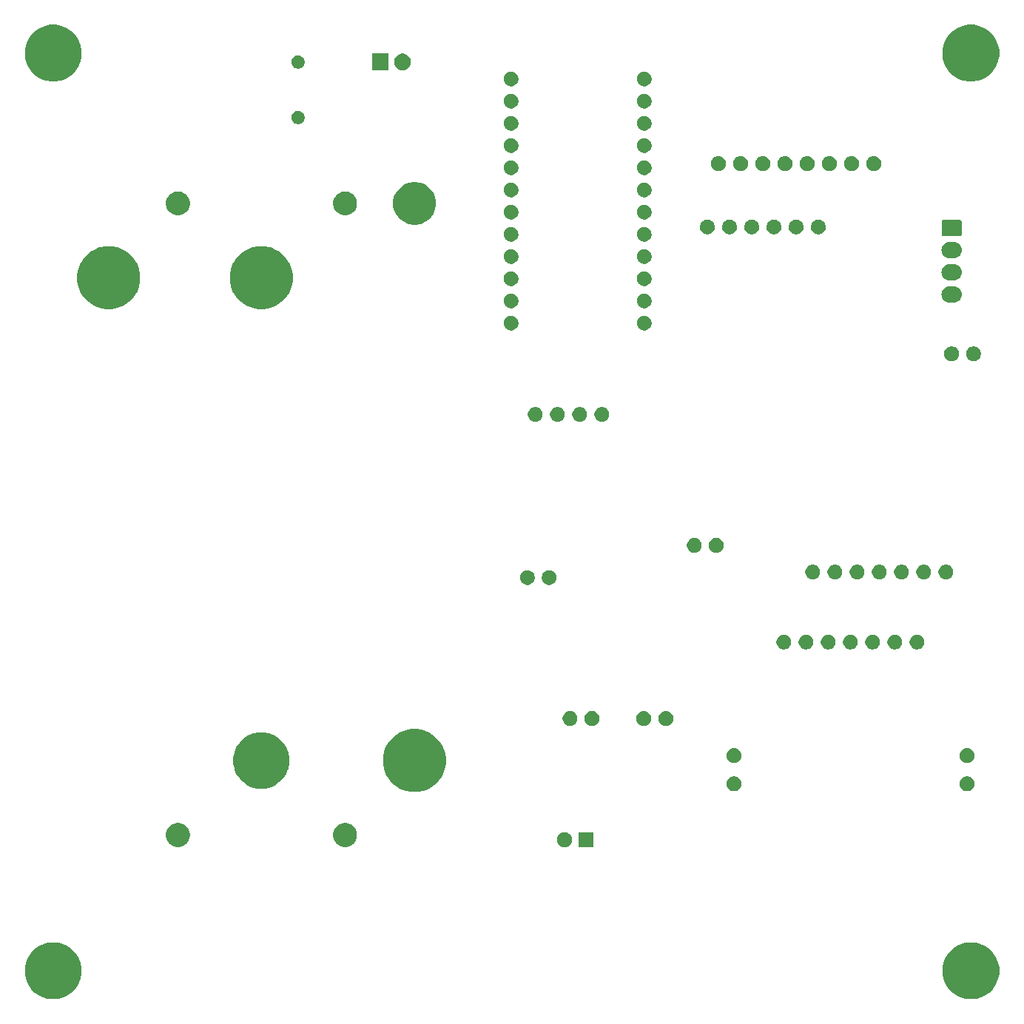
<source format=gbr>
G04 #@! TF.GenerationSoftware,KiCad,Pcbnew,(5.1.5)-3*
G04 #@! TF.CreationDate,2020-11-22T23:45:11-05:00*
G04 #@! TF.ProjectId,OceanSense,4f636561-6e53-4656-9e73-652e6b696361,rev?*
G04 #@! TF.SameCoordinates,Original*
G04 #@! TF.FileFunction,Soldermask,Bot*
G04 #@! TF.FilePolarity,Negative*
%FSLAX46Y46*%
G04 Gerber Fmt 4.6, Leading zero omitted, Abs format (unit mm)*
G04 Created by KiCad (PCBNEW (5.1.5)-3) date 2020-11-22 23:45:11*
%MOMM*%
%LPD*%
G04 APERTURE LIST*
%ADD10C,0.100000*%
G04 APERTURE END LIST*
D10*
G36*
X60634239Y418188533D02*
G01*
X60948282Y418126066D01*
X61539926Y417880999D01*
X62072392Y417525216D01*
X62525216Y417072392D01*
X62880999Y416539926D01*
X63126066Y415948282D01*
X63251000Y415320196D01*
X63251000Y414679804D01*
X63126066Y414051718D01*
X62880999Y413460074D01*
X62525216Y412927608D01*
X62072392Y412474784D01*
X61539926Y412119001D01*
X60948282Y411873934D01*
X60634239Y411811467D01*
X60320197Y411749000D01*
X59679803Y411749000D01*
X59365761Y411811467D01*
X59051718Y411873934D01*
X58460074Y412119001D01*
X57927608Y412474784D01*
X57474784Y412927608D01*
X57119001Y413460074D01*
X56873934Y414051718D01*
X56749000Y414679804D01*
X56749000Y415320196D01*
X56873934Y415948282D01*
X57119001Y416539926D01*
X57474784Y417072392D01*
X57927608Y417525216D01*
X58460074Y417880999D01*
X59051718Y418126066D01*
X59365761Y418188533D01*
X59679803Y418251000D01*
X60320197Y418251000D01*
X60634239Y418188533D01*
G37*
G36*
X-44365761Y418188533D02*
G01*
X-44051718Y418126066D01*
X-43460074Y417880999D01*
X-42927608Y417525216D01*
X-42474784Y417072392D01*
X-42119001Y416539926D01*
X-41873934Y415948282D01*
X-41749000Y415320196D01*
X-41749000Y414679804D01*
X-41873934Y414051718D01*
X-42119001Y413460074D01*
X-42474784Y412927608D01*
X-42927608Y412474784D01*
X-43460074Y412119001D01*
X-44051718Y411873934D01*
X-44365761Y411811467D01*
X-44679803Y411749000D01*
X-45320197Y411749000D01*
X-45634239Y411811467D01*
X-45948282Y411873934D01*
X-46539926Y412119001D01*
X-47072392Y412474784D01*
X-47525216Y412927608D01*
X-47880999Y413460074D01*
X-48126066Y414051718D01*
X-48251000Y414679804D01*
X-48251000Y415320196D01*
X-48126066Y415948282D01*
X-47880999Y416539926D01*
X-47525216Y417072392D01*
X-47072392Y417525216D01*
X-46539926Y417880999D01*
X-45948282Y418126066D01*
X-45634239Y418188533D01*
X-45320197Y418251000D01*
X-44679803Y418251000D01*
X-44365761Y418188533D01*
G37*
G36*
X13748228Y430818297D02*
G01*
X13903100Y430754147D01*
X14042481Y430661015D01*
X14161015Y430542481D01*
X14254147Y430403100D01*
X14318297Y430248228D01*
X14351000Y430083816D01*
X14351000Y429916184D01*
X14318297Y429751772D01*
X14254147Y429596900D01*
X14161015Y429457519D01*
X14042481Y429338985D01*
X13903100Y429245853D01*
X13748228Y429181703D01*
X13583816Y429149000D01*
X13416184Y429149000D01*
X13251772Y429181703D01*
X13096900Y429245853D01*
X12957519Y429338985D01*
X12838985Y429457519D01*
X12745853Y429596900D01*
X12681703Y429751772D01*
X12649000Y429916184D01*
X12649000Y430083816D01*
X12681703Y430248228D01*
X12745853Y430403100D01*
X12838985Y430542481D01*
X12957519Y430661015D01*
X13096900Y430754147D01*
X13251772Y430818297D01*
X13416184Y430851000D01*
X13583816Y430851000D01*
X13748228Y430818297D01*
G37*
G36*
X16851000Y429149000D02*
G01*
X15149000Y429149000D01*
X15149000Y430851000D01*
X16851000Y430851000D01*
X16851000Y429149000D01*
G37*
G36*
X-11212061Y431870083D02*
G01*
X-10962409Y431766674D01*
X-10737728Y431616547D01*
X-10546653Y431425472D01*
X-10396526Y431200791D01*
X-10293117Y430951139D01*
X-10240400Y430686111D01*
X-10240400Y430415889D01*
X-10293117Y430150861D01*
X-10396526Y429901209D01*
X-10546653Y429676528D01*
X-10737728Y429485453D01*
X-10962409Y429335326D01*
X-11212061Y429231917D01*
X-11477089Y429179200D01*
X-11747311Y429179200D01*
X-12012339Y429231917D01*
X-12261991Y429335326D01*
X-12486672Y429485453D01*
X-12677747Y429676528D01*
X-12827874Y429901209D01*
X-12931283Y430150861D01*
X-12984000Y430415889D01*
X-12984000Y430686111D01*
X-12931283Y430951139D01*
X-12827874Y431200791D01*
X-12677747Y431425472D01*
X-12486672Y431616547D01*
X-12261991Y431766674D01*
X-12012339Y431870083D01*
X-11747311Y431922800D01*
X-11477089Y431922800D01*
X-11212061Y431870083D01*
G37*
G36*
X-30338261Y431870083D02*
G01*
X-30088609Y431766674D01*
X-29863928Y431616547D01*
X-29672853Y431425472D01*
X-29522726Y431200791D01*
X-29419317Y430951139D01*
X-29366600Y430686111D01*
X-29366600Y430415889D01*
X-29419317Y430150861D01*
X-29522726Y429901209D01*
X-29672853Y429676528D01*
X-29863928Y429485453D01*
X-30088609Y429335326D01*
X-30338261Y429231917D01*
X-30603289Y429179200D01*
X-30873511Y429179200D01*
X-31138539Y429231917D01*
X-31388191Y429335326D01*
X-31612872Y429485453D01*
X-31803947Y429676528D01*
X-31954074Y429901209D01*
X-32057483Y430150861D01*
X-32110200Y430415889D01*
X-32110200Y430686111D01*
X-32057483Y430951139D01*
X-31954074Y431200791D01*
X-31803947Y431425472D01*
X-31612872Y431616547D01*
X-31388191Y431766674D01*
X-31138539Y431870083D01*
X-30873511Y431922800D01*
X-30603289Y431922800D01*
X-30338261Y431870083D01*
G37*
G36*
X-2609878Y442528386D02*
G01*
X-1953446Y442256483D01*
X-1953445Y442256482D01*
X-1362671Y441861740D01*
X-860260Y441359329D01*
X-596502Y440964586D01*
X-465517Y440768554D01*
X-193614Y440112122D01*
X-55000Y439415260D01*
X-55000Y438704740D01*
X-193614Y438007878D01*
X-465517Y437351446D01*
X-556158Y437215793D01*
X-860260Y436760671D01*
X-1362671Y436258260D01*
X-1757414Y435994502D01*
X-1953446Y435863517D01*
X-2609878Y435591614D01*
X-3306740Y435453000D01*
X-4017260Y435453000D01*
X-4714122Y435591614D01*
X-5370554Y435863517D01*
X-5566586Y435994502D01*
X-5961329Y436258260D01*
X-6463740Y436760671D01*
X-6767842Y437215793D01*
X-6858483Y437351446D01*
X-7130386Y438007878D01*
X-7269000Y438704740D01*
X-7269000Y439415260D01*
X-7130386Y440112122D01*
X-6858483Y440768554D01*
X-6727498Y440964586D01*
X-6463740Y441359329D01*
X-5961329Y441861740D01*
X-5370555Y442256482D01*
X-5370554Y442256483D01*
X-4714122Y442528386D01*
X-4017260Y442667000D01*
X-3306740Y442667000D01*
X-2609878Y442528386D01*
G37*
G36*
X33059041Y437232147D02*
G01*
X33141257Y437215793D01*
X33205414Y437189218D01*
X33296146Y437151636D01*
X33435544Y437058493D01*
X33554093Y436939944D01*
X33647236Y436800546D01*
X33711393Y436645656D01*
X33744100Y436481227D01*
X33744100Y436313573D01*
X33711393Y436149144D01*
X33647236Y435994254D01*
X33554093Y435854856D01*
X33435544Y435736307D01*
X33296146Y435643164D01*
X33205414Y435605582D01*
X33141257Y435579007D01*
X33059042Y435562654D01*
X32976827Y435546300D01*
X32809173Y435546300D01*
X32726958Y435562654D01*
X32644743Y435579007D01*
X32580586Y435605582D01*
X32489854Y435643164D01*
X32350456Y435736307D01*
X32231907Y435854856D01*
X32138764Y435994254D01*
X32074607Y436149144D01*
X32041900Y436313573D01*
X32041900Y436481227D01*
X32074607Y436645656D01*
X32138764Y436800546D01*
X32231907Y436939944D01*
X32350456Y437058493D01*
X32489854Y437151636D01*
X32580586Y437189218D01*
X32644743Y437215793D01*
X32726959Y437232147D01*
X32809173Y437248500D01*
X32976827Y437248500D01*
X33059041Y437232147D01*
G37*
G36*
X59729041Y437232147D02*
G01*
X59811257Y437215793D01*
X59875414Y437189218D01*
X59966146Y437151636D01*
X60105544Y437058493D01*
X60224093Y436939944D01*
X60317236Y436800546D01*
X60381393Y436645656D01*
X60414100Y436481227D01*
X60414100Y436313573D01*
X60381393Y436149144D01*
X60317236Y435994254D01*
X60224093Y435854856D01*
X60105544Y435736307D01*
X59966146Y435643164D01*
X59875414Y435605582D01*
X59811257Y435579007D01*
X59729042Y435562654D01*
X59646827Y435546300D01*
X59479173Y435546300D01*
X59396958Y435562654D01*
X59314743Y435579007D01*
X59250586Y435605582D01*
X59159854Y435643164D01*
X59020456Y435736307D01*
X58901907Y435854856D01*
X58808764Y435994254D01*
X58744607Y436149144D01*
X58711900Y436313573D01*
X58711900Y436481227D01*
X58744607Y436645656D01*
X58808764Y436800546D01*
X58901907Y436939944D01*
X59020456Y437058493D01*
X59159854Y437151636D01*
X59250586Y437189218D01*
X59314743Y437215793D01*
X59396959Y437232147D01*
X59479173Y437248500D01*
X59646827Y437248500D01*
X59729041Y437232147D01*
G37*
G36*
X-20247012Y442162027D02*
G01*
X-19659918Y441918845D01*
X-19659916Y441918844D01*
X-19131545Y441565798D01*
X-18682202Y441116455D01*
X-18329156Y440588084D01*
X-18329155Y440588082D01*
X-18085973Y440000988D01*
X-17962000Y439377735D01*
X-17962000Y438742265D01*
X-18085973Y438119012D01*
X-18132007Y438007877D01*
X-18329156Y437531916D01*
X-18682202Y437003545D01*
X-19131545Y436554202D01*
X-19659916Y436201156D01*
X-19659917Y436201155D01*
X-19659918Y436201155D01*
X-20247012Y435957973D01*
X-20870265Y435834000D01*
X-21505735Y435834000D01*
X-22128988Y435957973D01*
X-22716082Y436201155D01*
X-22716083Y436201155D01*
X-22716084Y436201156D01*
X-23244455Y436554202D01*
X-23693798Y437003545D01*
X-24046844Y437531916D01*
X-24243993Y438007877D01*
X-24290027Y438119012D01*
X-24414000Y438742265D01*
X-24414000Y439377735D01*
X-24290027Y440000988D01*
X-24046845Y440588082D01*
X-24046844Y440588084D01*
X-23693798Y441116455D01*
X-23244455Y441565798D01*
X-22716084Y441918844D01*
X-22716082Y441918845D01*
X-22128988Y442162027D01*
X-21505735Y442286000D01*
X-20870265Y442286000D01*
X-20247012Y442162027D01*
G37*
G36*
X33059042Y440483346D02*
G01*
X33141257Y440466993D01*
X33205414Y440440418D01*
X33296146Y440402836D01*
X33435544Y440309693D01*
X33554093Y440191144D01*
X33647236Y440051746D01*
X33668260Y440000989D01*
X33711393Y439896857D01*
X33744100Y439732426D01*
X33744100Y439564774D01*
X33711393Y439400343D01*
X33684818Y439336186D01*
X33647236Y439245454D01*
X33554093Y439106056D01*
X33435544Y438987507D01*
X33296146Y438894364D01*
X33205414Y438856782D01*
X33141257Y438830207D01*
X33059041Y438813853D01*
X32976827Y438797500D01*
X32809173Y438797500D01*
X32726959Y438813853D01*
X32644743Y438830207D01*
X32580586Y438856782D01*
X32489854Y438894364D01*
X32350456Y438987507D01*
X32231907Y439106056D01*
X32138764Y439245454D01*
X32101182Y439336186D01*
X32074607Y439400343D01*
X32041900Y439564774D01*
X32041900Y439732426D01*
X32074607Y439896857D01*
X32117740Y440000989D01*
X32138764Y440051746D01*
X32231907Y440191144D01*
X32350456Y440309693D01*
X32489854Y440402836D01*
X32580586Y440440418D01*
X32644743Y440466993D01*
X32726958Y440483346D01*
X32809173Y440499700D01*
X32976827Y440499700D01*
X33059042Y440483346D01*
G37*
G36*
X59729042Y440483346D02*
G01*
X59811257Y440466993D01*
X59875414Y440440418D01*
X59966146Y440402836D01*
X60105544Y440309693D01*
X60224093Y440191144D01*
X60317236Y440051746D01*
X60338260Y440000989D01*
X60381393Y439896857D01*
X60414100Y439732426D01*
X60414100Y439564774D01*
X60381393Y439400343D01*
X60354818Y439336186D01*
X60317236Y439245454D01*
X60224093Y439106056D01*
X60105544Y438987507D01*
X59966146Y438894364D01*
X59875414Y438856782D01*
X59811257Y438830207D01*
X59729041Y438813853D01*
X59646827Y438797500D01*
X59479173Y438797500D01*
X59396959Y438813853D01*
X59314743Y438830207D01*
X59250586Y438856782D01*
X59159854Y438894364D01*
X59020456Y438987507D01*
X58901907Y439106056D01*
X58808764Y439245454D01*
X58771182Y439336186D01*
X58744607Y439400343D01*
X58711900Y439564774D01*
X58711900Y439732426D01*
X58744607Y439896857D01*
X58787740Y440000989D01*
X58808764Y440051746D01*
X58901907Y440191144D01*
X59020456Y440309693D01*
X59159854Y440402836D01*
X59250586Y440440418D01*
X59314743Y440466993D01*
X59396958Y440483346D01*
X59479173Y440499700D01*
X59646827Y440499700D01*
X59729042Y440483346D01*
G37*
G36*
X16885228Y444683297D02*
G01*
X17040100Y444619147D01*
X17179481Y444526015D01*
X17298015Y444407481D01*
X17391147Y444268100D01*
X17455297Y444113228D01*
X17488000Y443948816D01*
X17488000Y443781184D01*
X17455297Y443616772D01*
X17391147Y443461900D01*
X17298015Y443322519D01*
X17179481Y443203985D01*
X17040100Y443110853D01*
X16885228Y443046703D01*
X16720816Y443014000D01*
X16553184Y443014000D01*
X16388772Y443046703D01*
X16233900Y443110853D01*
X16094519Y443203985D01*
X15975985Y443322519D01*
X15882853Y443461900D01*
X15818703Y443616772D01*
X15786000Y443781184D01*
X15786000Y443948816D01*
X15818703Y444113228D01*
X15882853Y444268100D01*
X15975985Y444407481D01*
X16094519Y444526015D01*
X16233900Y444619147D01*
X16388772Y444683297D01*
X16553184Y444716000D01*
X16720816Y444716000D01*
X16885228Y444683297D01*
G37*
G36*
X14385228Y444683297D02*
G01*
X14540100Y444619147D01*
X14679481Y444526015D01*
X14798015Y444407481D01*
X14891147Y444268100D01*
X14955297Y444113228D01*
X14988000Y443948816D01*
X14988000Y443781184D01*
X14955297Y443616772D01*
X14891147Y443461900D01*
X14798015Y443322519D01*
X14679481Y443203985D01*
X14540100Y443110853D01*
X14385228Y443046703D01*
X14220816Y443014000D01*
X14053184Y443014000D01*
X13888772Y443046703D01*
X13733900Y443110853D01*
X13594519Y443203985D01*
X13475985Y443322519D01*
X13382853Y443461900D01*
X13318703Y443616772D01*
X13286000Y443781184D01*
X13286000Y443948816D01*
X13318703Y444113228D01*
X13382853Y444268100D01*
X13475985Y444407481D01*
X13594519Y444526015D01*
X13733900Y444619147D01*
X13888772Y444683297D01*
X14053184Y444716000D01*
X14220816Y444716000D01*
X14385228Y444683297D01*
G37*
G36*
X22709603Y444716000D02*
G01*
X22823257Y444693393D01*
X22887414Y444666818D01*
X22978146Y444629236D01*
X23117544Y444536093D01*
X23236093Y444417544D01*
X23329236Y444278146D01*
X23333397Y444268100D01*
X23393393Y444123257D01*
X23426100Y443958826D01*
X23426100Y443791174D01*
X23393393Y443626743D01*
X23389262Y443616771D01*
X23329236Y443471854D01*
X23236093Y443332456D01*
X23117544Y443213907D01*
X22978146Y443120764D01*
X22887414Y443083182D01*
X22823257Y443056607D01*
X22741042Y443040254D01*
X22658827Y443023900D01*
X22491173Y443023900D01*
X22408958Y443040254D01*
X22326743Y443056607D01*
X22262586Y443083182D01*
X22171854Y443120764D01*
X22032456Y443213907D01*
X21913907Y443332456D01*
X21820764Y443471854D01*
X21760738Y443616771D01*
X21756607Y443626743D01*
X21723900Y443791174D01*
X21723900Y443958826D01*
X21756607Y444123257D01*
X21816603Y444268100D01*
X21820764Y444278146D01*
X21913907Y444417544D01*
X22032456Y444536093D01*
X22171854Y444629236D01*
X22262586Y444666818D01*
X22326743Y444693393D01*
X22440397Y444716000D01*
X22491173Y444726100D01*
X22658827Y444726100D01*
X22709603Y444716000D01*
G37*
G36*
X25249603Y444716000D02*
G01*
X25363257Y444693393D01*
X25427414Y444666818D01*
X25518146Y444629236D01*
X25657544Y444536093D01*
X25776093Y444417544D01*
X25869236Y444278146D01*
X25873397Y444268100D01*
X25933393Y444123257D01*
X25966100Y443958826D01*
X25966100Y443791174D01*
X25933393Y443626743D01*
X25929262Y443616771D01*
X25869236Y443471854D01*
X25776093Y443332456D01*
X25657544Y443213907D01*
X25518146Y443120764D01*
X25427414Y443083182D01*
X25363257Y443056607D01*
X25281042Y443040254D01*
X25198827Y443023900D01*
X25031173Y443023900D01*
X24948958Y443040254D01*
X24866743Y443056607D01*
X24802586Y443083182D01*
X24711854Y443120764D01*
X24572456Y443213907D01*
X24453907Y443332456D01*
X24360764Y443471854D01*
X24300738Y443616771D01*
X24296607Y443626743D01*
X24263900Y443791174D01*
X24263900Y443958826D01*
X24296607Y444123257D01*
X24356603Y444268100D01*
X24360764Y444278146D01*
X24453907Y444417544D01*
X24572456Y444536093D01*
X24711854Y444629236D01*
X24802586Y444666818D01*
X24866743Y444693393D01*
X24980397Y444716000D01*
X25031173Y444726100D01*
X25198827Y444726100D01*
X25249603Y444716000D01*
G37*
G36*
X43854042Y453462746D02*
G01*
X43936257Y453446393D01*
X44000414Y453419818D01*
X44091146Y453382236D01*
X44230544Y453289093D01*
X44349093Y453170544D01*
X44442236Y453031146D01*
X44506393Y452876256D01*
X44539100Y452711827D01*
X44539100Y452544173D01*
X44506393Y452379744D01*
X44442236Y452224854D01*
X44349093Y452085456D01*
X44230544Y451966907D01*
X44091146Y451873764D01*
X44000414Y451836182D01*
X43936257Y451809607D01*
X43854041Y451793253D01*
X43771827Y451776900D01*
X43604173Y451776900D01*
X43521959Y451793253D01*
X43439743Y451809607D01*
X43375586Y451836182D01*
X43284854Y451873764D01*
X43145456Y451966907D01*
X43026907Y452085456D01*
X42933764Y452224854D01*
X42869607Y452379744D01*
X42836900Y452544173D01*
X42836900Y452711827D01*
X42869607Y452876256D01*
X42933764Y453031146D01*
X43026907Y453170544D01*
X43145456Y453289093D01*
X43284854Y453382236D01*
X43375586Y453419818D01*
X43439743Y453446393D01*
X43521958Y453462746D01*
X43604173Y453479100D01*
X43771827Y453479100D01*
X43854042Y453462746D01*
G37*
G36*
X48934042Y453462746D02*
G01*
X49016257Y453446393D01*
X49080414Y453419818D01*
X49171146Y453382236D01*
X49310544Y453289093D01*
X49429093Y453170544D01*
X49522236Y453031146D01*
X49586393Y452876256D01*
X49619100Y452711827D01*
X49619100Y452544173D01*
X49586393Y452379744D01*
X49522236Y452224854D01*
X49429093Y452085456D01*
X49310544Y451966907D01*
X49171146Y451873764D01*
X49080414Y451836182D01*
X49016257Y451809607D01*
X48934041Y451793253D01*
X48851827Y451776900D01*
X48684173Y451776900D01*
X48601959Y451793253D01*
X48519743Y451809607D01*
X48455586Y451836182D01*
X48364854Y451873764D01*
X48225456Y451966907D01*
X48106907Y452085456D01*
X48013764Y452224854D01*
X47949607Y452379744D01*
X47916900Y452544173D01*
X47916900Y452711827D01*
X47949607Y452876256D01*
X48013764Y453031146D01*
X48106907Y453170544D01*
X48225456Y453289093D01*
X48364854Y453382236D01*
X48455586Y453419818D01*
X48519743Y453446393D01*
X48601958Y453462746D01*
X48684173Y453479100D01*
X48851827Y453479100D01*
X48934042Y453462746D01*
G37*
G36*
X46394042Y453462746D02*
G01*
X46476257Y453446393D01*
X46540414Y453419818D01*
X46631146Y453382236D01*
X46770544Y453289093D01*
X46889093Y453170544D01*
X46982236Y453031146D01*
X47046393Y452876256D01*
X47079100Y452711827D01*
X47079100Y452544173D01*
X47046393Y452379744D01*
X46982236Y452224854D01*
X46889093Y452085456D01*
X46770544Y451966907D01*
X46631146Y451873764D01*
X46540414Y451836182D01*
X46476257Y451809607D01*
X46394041Y451793253D01*
X46311827Y451776900D01*
X46144173Y451776900D01*
X46061959Y451793253D01*
X45979743Y451809607D01*
X45915586Y451836182D01*
X45824854Y451873764D01*
X45685456Y451966907D01*
X45566907Y452085456D01*
X45473764Y452224854D01*
X45409607Y452379744D01*
X45376900Y452544173D01*
X45376900Y452711827D01*
X45409607Y452876256D01*
X45473764Y453031146D01*
X45566907Y453170544D01*
X45685456Y453289093D01*
X45824854Y453382236D01*
X45915586Y453419818D01*
X45979743Y453446393D01*
X46061958Y453462746D01*
X46144173Y453479100D01*
X46311827Y453479100D01*
X46394042Y453462746D01*
G37*
G36*
X41314042Y453462746D02*
G01*
X41396257Y453446393D01*
X41460414Y453419818D01*
X41551146Y453382236D01*
X41690544Y453289093D01*
X41809093Y453170544D01*
X41902236Y453031146D01*
X41966393Y452876256D01*
X41999100Y452711827D01*
X41999100Y452544173D01*
X41966393Y452379744D01*
X41902236Y452224854D01*
X41809093Y452085456D01*
X41690544Y451966907D01*
X41551146Y451873764D01*
X41460414Y451836182D01*
X41396257Y451809607D01*
X41314041Y451793253D01*
X41231827Y451776900D01*
X41064173Y451776900D01*
X40981959Y451793253D01*
X40899743Y451809607D01*
X40835586Y451836182D01*
X40744854Y451873764D01*
X40605456Y451966907D01*
X40486907Y452085456D01*
X40393764Y452224854D01*
X40329607Y452379744D01*
X40296900Y452544173D01*
X40296900Y452711827D01*
X40329607Y452876256D01*
X40393764Y453031146D01*
X40486907Y453170544D01*
X40605456Y453289093D01*
X40744854Y453382236D01*
X40835586Y453419818D01*
X40899743Y453446393D01*
X40981958Y453462746D01*
X41064173Y453479100D01*
X41231827Y453479100D01*
X41314042Y453462746D01*
G37*
G36*
X38774042Y453462746D02*
G01*
X38856257Y453446393D01*
X38920414Y453419818D01*
X39011146Y453382236D01*
X39150544Y453289093D01*
X39269093Y453170544D01*
X39362236Y453031146D01*
X39426393Y452876256D01*
X39459100Y452711827D01*
X39459100Y452544173D01*
X39426393Y452379744D01*
X39362236Y452224854D01*
X39269093Y452085456D01*
X39150544Y451966907D01*
X39011146Y451873764D01*
X38920414Y451836182D01*
X38856257Y451809607D01*
X38774041Y451793253D01*
X38691827Y451776900D01*
X38524173Y451776900D01*
X38441959Y451793253D01*
X38359743Y451809607D01*
X38295586Y451836182D01*
X38204854Y451873764D01*
X38065456Y451966907D01*
X37946907Y452085456D01*
X37853764Y452224854D01*
X37789607Y452379744D01*
X37756900Y452544173D01*
X37756900Y452711827D01*
X37789607Y452876256D01*
X37853764Y453031146D01*
X37946907Y453170544D01*
X38065456Y453289093D01*
X38204854Y453382236D01*
X38295586Y453419818D01*
X38359743Y453446393D01*
X38441958Y453462746D01*
X38524173Y453479100D01*
X38691827Y453479100D01*
X38774042Y453462746D01*
G37*
G36*
X51474042Y453462746D02*
G01*
X51556257Y453446393D01*
X51620414Y453419818D01*
X51711146Y453382236D01*
X51850544Y453289093D01*
X51969093Y453170544D01*
X52062236Y453031146D01*
X52126393Y452876256D01*
X52159100Y452711827D01*
X52159100Y452544173D01*
X52126393Y452379744D01*
X52062236Y452224854D01*
X51969093Y452085456D01*
X51850544Y451966907D01*
X51711146Y451873764D01*
X51620414Y451836182D01*
X51556257Y451809607D01*
X51474041Y451793253D01*
X51391827Y451776900D01*
X51224173Y451776900D01*
X51141959Y451793253D01*
X51059743Y451809607D01*
X50995586Y451836182D01*
X50904854Y451873764D01*
X50765456Y451966907D01*
X50646907Y452085456D01*
X50553764Y452224854D01*
X50489607Y452379744D01*
X50456900Y452544173D01*
X50456900Y452711827D01*
X50489607Y452876256D01*
X50553764Y453031146D01*
X50646907Y453170544D01*
X50765456Y453289093D01*
X50904854Y453382236D01*
X50995586Y453419818D01*
X51059743Y453446393D01*
X51141958Y453462746D01*
X51224173Y453479100D01*
X51391827Y453479100D01*
X51474042Y453462746D01*
G37*
G36*
X54014042Y453462746D02*
G01*
X54096257Y453446393D01*
X54160414Y453419818D01*
X54251146Y453382236D01*
X54390544Y453289093D01*
X54509093Y453170544D01*
X54602236Y453031146D01*
X54666393Y452876256D01*
X54699100Y452711827D01*
X54699100Y452544173D01*
X54666393Y452379744D01*
X54602236Y452224854D01*
X54509093Y452085456D01*
X54390544Y451966907D01*
X54251146Y451873764D01*
X54160414Y451836182D01*
X54096257Y451809607D01*
X54014041Y451793253D01*
X53931827Y451776900D01*
X53764173Y451776900D01*
X53681959Y451793253D01*
X53599743Y451809607D01*
X53535586Y451836182D01*
X53444854Y451873764D01*
X53305456Y451966907D01*
X53186907Y452085456D01*
X53093764Y452224854D01*
X53029607Y452379744D01*
X52996900Y452544173D01*
X52996900Y452711827D01*
X53029607Y452876256D01*
X53093764Y453031146D01*
X53186907Y453170544D01*
X53305456Y453289093D01*
X53444854Y453382236D01*
X53535586Y453419818D01*
X53599743Y453446393D01*
X53681958Y453462746D01*
X53764173Y453479100D01*
X53931827Y453479100D01*
X54014042Y453462746D01*
G37*
G36*
X11998228Y460818297D02*
G01*
X12153100Y460754147D01*
X12292481Y460661015D01*
X12411015Y460542481D01*
X12504147Y460403100D01*
X12568297Y460248228D01*
X12601000Y460083816D01*
X12601000Y459916184D01*
X12568297Y459751772D01*
X12504147Y459596900D01*
X12411015Y459457519D01*
X12292481Y459338985D01*
X12153100Y459245853D01*
X11998228Y459181703D01*
X11833816Y459149000D01*
X11666184Y459149000D01*
X11501772Y459181703D01*
X11346900Y459245853D01*
X11207519Y459338985D01*
X11088985Y459457519D01*
X10995853Y459596900D01*
X10931703Y459751772D01*
X10899000Y459916184D01*
X10899000Y460083816D01*
X10931703Y460248228D01*
X10995853Y460403100D01*
X11088985Y460542481D01*
X11207519Y460661015D01*
X11346900Y460754147D01*
X11501772Y460818297D01*
X11666184Y460851000D01*
X11833816Y460851000D01*
X11998228Y460818297D01*
G37*
G36*
X9498228Y460818297D02*
G01*
X9653100Y460754147D01*
X9792481Y460661015D01*
X9911015Y460542481D01*
X10004147Y460403100D01*
X10068297Y460248228D01*
X10101000Y460083816D01*
X10101000Y459916184D01*
X10068297Y459751772D01*
X10004147Y459596900D01*
X9911015Y459457519D01*
X9792481Y459338985D01*
X9653100Y459245853D01*
X9498228Y459181703D01*
X9333816Y459149000D01*
X9166184Y459149000D01*
X9001772Y459181703D01*
X8846900Y459245853D01*
X8707519Y459338985D01*
X8588985Y459457519D01*
X8495853Y459596900D01*
X8431703Y459751772D01*
X8399000Y459916184D01*
X8399000Y460083816D01*
X8431703Y460248228D01*
X8495853Y460403100D01*
X8588985Y460542481D01*
X8707519Y460661015D01*
X8846900Y460754147D01*
X9001772Y460818297D01*
X9166184Y460851000D01*
X9333816Y460851000D01*
X9498228Y460818297D01*
G37*
G36*
X42076042Y461463746D02*
G01*
X42158257Y461447393D01*
X42222414Y461420818D01*
X42313146Y461383236D01*
X42452544Y461290093D01*
X42571093Y461171544D01*
X42664236Y461032146D01*
X42728393Y460877256D01*
X42761100Y460712827D01*
X42761100Y460545173D01*
X42728393Y460380744D01*
X42664236Y460225854D01*
X42571093Y460086456D01*
X42452544Y459967907D01*
X42313146Y459874764D01*
X42222414Y459837182D01*
X42158257Y459810607D01*
X42076041Y459794253D01*
X41993827Y459777900D01*
X41826173Y459777900D01*
X41743959Y459794253D01*
X41661743Y459810607D01*
X41597586Y459837182D01*
X41506854Y459874764D01*
X41367456Y459967907D01*
X41248907Y460086456D01*
X41155764Y460225854D01*
X41091607Y460380744D01*
X41058900Y460545173D01*
X41058900Y460712827D01*
X41091607Y460877256D01*
X41155764Y461032146D01*
X41248907Y461171544D01*
X41367456Y461290093D01*
X41506854Y461383236D01*
X41597586Y461420818D01*
X41661743Y461447393D01*
X41743958Y461463746D01*
X41826173Y461480100D01*
X41993827Y461480100D01*
X42076042Y461463746D01*
G37*
G36*
X57316042Y461463746D02*
G01*
X57398257Y461447393D01*
X57462414Y461420818D01*
X57553146Y461383236D01*
X57692544Y461290093D01*
X57811093Y461171544D01*
X57904236Y461032146D01*
X57968393Y460877256D01*
X58001100Y460712827D01*
X58001100Y460545173D01*
X57968393Y460380744D01*
X57904236Y460225854D01*
X57811093Y460086456D01*
X57692544Y459967907D01*
X57553146Y459874764D01*
X57462414Y459837182D01*
X57398257Y459810607D01*
X57316041Y459794253D01*
X57233827Y459777900D01*
X57066173Y459777900D01*
X56983959Y459794253D01*
X56901743Y459810607D01*
X56837586Y459837182D01*
X56746854Y459874764D01*
X56607456Y459967907D01*
X56488907Y460086456D01*
X56395764Y460225854D01*
X56331607Y460380744D01*
X56298900Y460545173D01*
X56298900Y460712827D01*
X56331607Y460877256D01*
X56395764Y461032146D01*
X56488907Y461171544D01*
X56607456Y461290093D01*
X56746854Y461383236D01*
X56837586Y461420818D01*
X56901743Y461447393D01*
X56983958Y461463746D01*
X57066173Y461480100D01*
X57233827Y461480100D01*
X57316042Y461463746D01*
G37*
G36*
X54776042Y461463746D02*
G01*
X54858257Y461447393D01*
X54922414Y461420818D01*
X55013146Y461383236D01*
X55152544Y461290093D01*
X55271093Y461171544D01*
X55364236Y461032146D01*
X55428393Y460877256D01*
X55461100Y460712827D01*
X55461100Y460545173D01*
X55428393Y460380744D01*
X55364236Y460225854D01*
X55271093Y460086456D01*
X55152544Y459967907D01*
X55013146Y459874764D01*
X54922414Y459837182D01*
X54858257Y459810607D01*
X54776041Y459794253D01*
X54693827Y459777900D01*
X54526173Y459777900D01*
X54443959Y459794253D01*
X54361743Y459810607D01*
X54297586Y459837182D01*
X54206854Y459874764D01*
X54067456Y459967907D01*
X53948907Y460086456D01*
X53855764Y460225854D01*
X53791607Y460380744D01*
X53758900Y460545173D01*
X53758900Y460712827D01*
X53791607Y460877256D01*
X53855764Y461032146D01*
X53948907Y461171544D01*
X54067456Y461290093D01*
X54206854Y461383236D01*
X54297586Y461420818D01*
X54361743Y461447393D01*
X54443958Y461463746D01*
X54526173Y461480100D01*
X54693827Y461480100D01*
X54776042Y461463746D01*
G37*
G36*
X52236042Y461463746D02*
G01*
X52318257Y461447393D01*
X52382414Y461420818D01*
X52473146Y461383236D01*
X52612544Y461290093D01*
X52731093Y461171544D01*
X52824236Y461032146D01*
X52888393Y460877256D01*
X52921100Y460712827D01*
X52921100Y460545173D01*
X52888393Y460380744D01*
X52824236Y460225854D01*
X52731093Y460086456D01*
X52612544Y459967907D01*
X52473146Y459874764D01*
X52382414Y459837182D01*
X52318257Y459810607D01*
X52236041Y459794253D01*
X52153827Y459777900D01*
X51986173Y459777900D01*
X51903959Y459794253D01*
X51821743Y459810607D01*
X51757586Y459837182D01*
X51666854Y459874764D01*
X51527456Y459967907D01*
X51408907Y460086456D01*
X51315764Y460225854D01*
X51251607Y460380744D01*
X51218900Y460545173D01*
X51218900Y460712827D01*
X51251607Y460877256D01*
X51315764Y461032146D01*
X51408907Y461171544D01*
X51527456Y461290093D01*
X51666854Y461383236D01*
X51757586Y461420818D01*
X51821743Y461447393D01*
X51903958Y461463746D01*
X51986173Y461480100D01*
X52153827Y461480100D01*
X52236042Y461463746D01*
G37*
G36*
X49696042Y461463746D02*
G01*
X49778257Y461447393D01*
X49842414Y461420818D01*
X49933146Y461383236D01*
X50072544Y461290093D01*
X50191093Y461171544D01*
X50284236Y461032146D01*
X50348393Y460877256D01*
X50381100Y460712827D01*
X50381100Y460545173D01*
X50348393Y460380744D01*
X50284236Y460225854D01*
X50191093Y460086456D01*
X50072544Y459967907D01*
X49933146Y459874764D01*
X49842414Y459837182D01*
X49778257Y459810607D01*
X49696041Y459794253D01*
X49613827Y459777900D01*
X49446173Y459777900D01*
X49363959Y459794253D01*
X49281743Y459810607D01*
X49217586Y459837182D01*
X49126854Y459874764D01*
X48987456Y459967907D01*
X48868907Y460086456D01*
X48775764Y460225854D01*
X48711607Y460380744D01*
X48678900Y460545173D01*
X48678900Y460712827D01*
X48711607Y460877256D01*
X48775764Y461032146D01*
X48868907Y461171544D01*
X48987456Y461290093D01*
X49126854Y461383236D01*
X49217586Y461420818D01*
X49281743Y461447393D01*
X49363958Y461463746D01*
X49446173Y461480100D01*
X49613827Y461480100D01*
X49696042Y461463746D01*
G37*
G36*
X47156042Y461463746D02*
G01*
X47238257Y461447393D01*
X47302414Y461420818D01*
X47393146Y461383236D01*
X47532544Y461290093D01*
X47651093Y461171544D01*
X47744236Y461032146D01*
X47808393Y460877256D01*
X47841100Y460712827D01*
X47841100Y460545173D01*
X47808393Y460380744D01*
X47744236Y460225854D01*
X47651093Y460086456D01*
X47532544Y459967907D01*
X47393146Y459874764D01*
X47302414Y459837182D01*
X47238257Y459810607D01*
X47156041Y459794253D01*
X47073827Y459777900D01*
X46906173Y459777900D01*
X46823959Y459794253D01*
X46741743Y459810607D01*
X46677586Y459837182D01*
X46586854Y459874764D01*
X46447456Y459967907D01*
X46328907Y460086456D01*
X46235764Y460225854D01*
X46171607Y460380744D01*
X46138900Y460545173D01*
X46138900Y460712827D01*
X46171607Y460877256D01*
X46235764Y461032146D01*
X46328907Y461171544D01*
X46447456Y461290093D01*
X46586854Y461383236D01*
X46677586Y461420818D01*
X46741743Y461447393D01*
X46823958Y461463746D01*
X46906173Y461480100D01*
X47073827Y461480100D01*
X47156042Y461463746D01*
G37*
G36*
X44616042Y461463746D02*
G01*
X44698257Y461447393D01*
X44762414Y461420818D01*
X44853146Y461383236D01*
X44992544Y461290093D01*
X45111093Y461171544D01*
X45204236Y461032146D01*
X45268393Y460877256D01*
X45301100Y460712827D01*
X45301100Y460545173D01*
X45268393Y460380744D01*
X45204236Y460225854D01*
X45111093Y460086456D01*
X44992544Y459967907D01*
X44853146Y459874764D01*
X44762414Y459837182D01*
X44698257Y459810607D01*
X44616041Y459794253D01*
X44533827Y459777900D01*
X44366173Y459777900D01*
X44283959Y459794253D01*
X44201743Y459810607D01*
X44137586Y459837182D01*
X44046854Y459874764D01*
X43907456Y459967907D01*
X43788907Y460086456D01*
X43695764Y460225854D01*
X43631607Y460380744D01*
X43598900Y460545173D01*
X43598900Y460712827D01*
X43631607Y460877256D01*
X43695764Y461032146D01*
X43788907Y461171544D01*
X43907456Y461290093D01*
X44046854Y461383236D01*
X44137586Y461420818D01*
X44201743Y461447393D01*
X44283958Y461463746D01*
X44366173Y461480100D01*
X44533827Y461480100D01*
X44616042Y461463746D01*
G37*
G36*
X31109228Y464495297D02*
G01*
X31264100Y464431147D01*
X31403481Y464338015D01*
X31522015Y464219481D01*
X31615147Y464080100D01*
X31679297Y463925228D01*
X31712000Y463760816D01*
X31712000Y463593184D01*
X31679297Y463428772D01*
X31615147Y463273900D01*
X31522015Y463134519D01*
X31403481Y463015985D01*
X31264100Y462922853D01*
X31109228Y462858703D01*
X30944816Y462826000D01*
X30777184Y462826000D01*
X30612772Y462858703D01*
X30457900Y462922853D01*
X30318519Y463015985D01*
X30199985Y463134519D01*
X30106853Y463273900D01*
X30042703Y463428772D01*
X30010000Y463593184D01*
X30010000Y463760816D01*
X30042703Y463925228D01*
X30106853Y464080100D01*
X30199985Y464219481D01*
X30318519Y464338015D01*
X30457900Y464431147D01*
X30612772Y464495297D01*
X30777184Y464528000D01*
X30944816Y464528000D01*
X31109228Y464495297D01*
G37*
G36*
X28609228Y464495297D02*
G01*
X28764100Y464431147D01*
X28903481Y464338015D01*
X29022015Y464219481D01*
X29115147Y464080100D01*
X29179297Y463925228D01*
X29212000Y463760816D01*
X29212000Y463593184D01*
X29179297Y463428772D01*
X29115147Y463273900D01*
X29022015Y463134519D01*
X28903481Y463015985D01*
X28764100Y462922853D01*
X28609228Y462858703D01*
X28444816Y462826000D01*
X28277184Y462826000D01*
X28112772Y462858703D01*
X27957900Y462922853D01*
X27818519Y463015985D01*
X27699985Y463134519D01*
X27606853Y463273900D01*
X27542703Y463428772D01*
X27510000Y463593184D01*
X27510000Y463760816D01*
X27542703Y463925228D01*
X27606853Y464080100D01*
X27699985Y464219481D01*
X27818519Y464338015D01*
X27957900Y464431147D01*
X28112772Y464495297D01*
X28277184Y464528000D01*
X28444816Y464528000D01*
X28609228Y464495297D01*
G37*
G36*
X15406042Y479497746D02*
G01*
X15488257Y479481393D01*
X15552414Y479454818D01*
X15643146Y479417236D01*
X15782544Y479324093D01*
X15901093Y479205544D01*
X15994236Y479066146D01*
X16058393Y478911256D01*
X16091100Y478746827D01*
X16091100Y478579173D01*
X16058393Y478414744D01*
X15994236Y478259854D01*
X15901093Y478120456D01*
X15782544Y478001907D01*
X15643146Y477908764D01*
X15552414Y477871182D01*
X15488257Y477844607D01*
X15406042Y477828254D01*
X15323827Y477811900D01*
X15156173Y477811900D01*
X15073958Y477828254D01*
X14991743Y477844607D01*
X14927586Y477871182D01*
X14836854Y477908764D01*
X14697456Y478001907D01*
X14578907Y478120456D01*
X14485764Y478259854D01*
X14421607Y478414744D01*
X14388900Y478579173D01*
X14388900Y478746827D01*
X14421607Y478911256D01*
X14485764Y479066146D01*
X14578907Y479205544D01*
X14697456Y479324093D01*
X14836854Y479417236D01*
X14927586Y479454818D01*
X14991743Y479481393D01*
X15073958Y479497746D01*
X15156173Y479514100D01*
X15323827Y479514100D01*
X15406042Y479497746D01*
G37*
G36*
X10326042Y479497746D02*
G01*
X10408257Y479481393D01*
X10472414Y479454818D01*
X10563146Y479417236D01*
X10702544Y479324093D01*
X10821093Y479205544D01*
X10914236Y479066146D01*
X10978393Y478911256D01*
X11011100Y478746827D01*
X11011100Y478579173D01*
X10978393Y478414744D01*
X10914236Y478259854D01*
X10821093Y478120456D01*
X10702544Y478001907D01*
X10563146Y477908764D01*
X10472414Y477871182D01*
X10408257Y477844607D01*
X10326042Y477828254D01*
X10243827Y477811900D01*
X10076173Y477811900D01*
X9993958Y477828254D01*
X9911743Y477844607D01*
X9847586Y477871182D01*
X9756854Y477908764D01*
X9617456Y478001907D01*
X9498907Y478120456D01*
X9405764Y478259854D01*
X9341607Y478414744D01*
X9308900Y478579173D01*
X9308900Y478746827D01*
X9341607Y478911256D01*
X9405764Y479066146D01*
X9498907Y479205544D01*
X9617456Y479324093D01*
X9756854Y479417236D01*
X9847586Y479454818D01*
X9911743Y479481393D01*
X9993958Y479497746D01*
X10076173Y479514100D01*
X10243827Y479514100D01*
X10326042Y479497746D01*
G37*
G36*
X12866042Y479497746D02*
G01*
X12948257Y479481393D01*
X13012414Y479454818D01*
X13103146Y479417236D01*
X13242544Y479324093D01*
X13361093Y479205544D01*
X13454236Y479066146D01*
X13518393Y478911256D01*
X13551100Y478746827D01*
X13551100Y478579173D01*
X13518393Y478414744D01*
X13454236Y478259854D01*
X13361093Y478120456D01*
X13242544Y478001907D01*
X13103146Y477908764D01*
X13012414Y477871182D01*
X12948257Y477844607D01*
X12866042Y477828254D01*
X12783827Y477811900D01*
X12616173Y477811900D01*
X12533958Y477828254D01*
X12451743Y477844607D01*
X12387586Y477871182D01*
X12296854Y477908764D01*
X12157456Y478001907D01*
X12038907Y478120456D01*
X11945764Y478259854D01*
X11881607Y478414744D01*
X11848900Y478579173D01*
X11848900Y478746827D01*
X11881607Y478911256D01*
X11945764Y479066146D01*
X12038907Y479205544D01*
X12157456Y479324093D01*
X12296854Y479417236D01*
X12387586Y479454818D01*
X12451743Y479481393D01*
X12533958Y479497746D01*
X12616173Y479514100D01*
X12783827Y479514100D01*
X12866042Y479497746D01*
G37*
G36*
X17946042Y479497746D02*
G01*
X18028257Y479481393D01*
X18092414Y479454818D01*
X18183146Y479417236D01*
X18322544Y479324093D01*
X18441093Y479205544D01*
X18534236Y479066146D01*
X18598393Y478911256D01*
X18631100Y478746827D01*
X18631100Y478579173D01*
X18598393Y478414744D01*
X18534236Y478259854D01*
X18441093Y478120456D01*
X18322544Y478001907D01*
X18183146Y477908764D01*
X18092414Y477871182D01*
X18028257Y477844607D01*
X17946042Y477828254D01*
X17863827Y477811900D01*
X17696173Y477811900D01*
X17613958Y477828254D01*
X17531743Y477844607D01*
X17467586Y477871182D01*
X17376854Y477908764D01*
X17237456Y478001907D01*
X17118907Y478120456D01*
X17025764Y478259854D01*
X16961607Y478414744D01*
X16928900Y478579173D01*
X16928900Y478746827D01*
X16961607Y478911256D01*
X17025764Y479066146D01*
X17118907Y479205544D01*
X17237456Y479324093D01*
X17376854Y479417236D01*
X17467586Y479454818D01*
X17531743Y479481393D01*
X17613958Y479497746D01*
X17696173Y479514100D01*
X17863827Y479514100D01*
X17946042Y479497746D01*
G37*
G36*
X60548228Y486418297D02*
G01*
X60703100Y486354147D01*
X60842481Y486261015D01*
X60961015Y486142481D01*
X61054147Y486003100D01*
X61118297Y485848228D01*
X61151000Y485683816D01*
X61151000Y485516184D01*
X61118297Y485351772D01*
X61054147Y485196900D01*
X60961015Y485057519D01*
X60842481Y484938985D01*
X60703100Y484845853D01*
X60548228Y484781703D01*
X60383816Y484749000D01*
X60216184Y484749000D01*
X60051772Y484781703D01*
X59896900Y484845853D01*
X59757519Y484938985D01*
X59638985Y485057519D01*
X59545853Y485196900D01*
X59481703Y485351772D01*
X59449000Y485516184D01*
X59449000Y485683816D01*
X59481703Y485848228D01*
X59545853Y486003100D01*
X59638985Y486142481D01*
X59757519Y486261015D01*
X59896900Y486354147D01*
X60051772Y486418297D01*
X60216184Y486451000D01*
X60383816Y486451000D01*
X60548228Y486418297D01*
G37*
G36*
X58048228Y486418297D02*
G01*
X58203100Y486354147D01*
X58342481Y486261015D01*
X58461015Y486142481D01*
X58554147Y486003100D01*
X58618297Y485848228D01*
X58651000Y485683816D01*
X58651000Y485516184D01*
X58618297Y485351772D01*
X58554147Y485196900D01*
X58461015Y485057519D01*
X58342481Y484938985D01*
X58203100Y484845853D01*
X58048228Y484781703D01*
X57883816Y484749000D01*
X57716184Y484749000D01*
X57551772Y484781703D01*
X57396900Y484845853D01*
X57257519Y484938985D01*
X57138985Y485057519D01*
X57045853Y485196900D01*
X56981703Y485351772D01*
X56949000Y485516184D01*
X56949000Y485683816D01*
X56981703Y485848228D01*
X57045853Y486003100D01*
X57138985Y486142481D01*
X57257519Y486261015D01*
X57396900Y486354147D01*
X57551772Y486418297D01*
X57716184Y486451000D01*
X57883816Y486451000D01*
X58048228Y486418297D01*
G37*
G36*
X22786042Y489959746D02*
G01*
X22868257Y489943393D01*
X22932414Y489916818D01*
X23023146Y489879236D01*
X23162544Y489786093D01*
X23281093Y489667544D01*
X23374236Y489528146D01*
X23438393Y489373256D01*
X23471100Y489208827D01*
X23471100Y489041173D01*
X23438393Y488876744D01*
X23374236Y488721854D01*
X23281093Y488582456D01*
X23162544Y488463907D01*
X23023146Y488370764D01*
X22932414Y488333182D01*
X22868257Y488306607D01*
X22786041Y488290253D01*
X22703827Y488273900D01*
X22536173Y488273900D01*
X22453959Y488290253D01*
X22371743Y488306607D01*
X22307586Y488333182D01*
X22216854Y488370764D01*
X22077456Y488463907D01*
X21958907Y488582456D01*
X21865764Y488721854D01*
X21801607Y488876744D01*
X21768900Y489041173D01*
X21768900Y489208827D01*
X21801607Y489373256D01*
X21865764Y489528146D01*
X21958907Y489667544D01*
X22077456Y489786093D01*
X22216854Y489879236D01*
X22307586Y489916818D01*
X22371743Y489943393D01*
X22453958Y489959746D01*
X22536173Y489976100D01*
X22703827Y489976100D01*
X22786042Y489959746D01*
G37*
G36*
X7546042Y489959746D02*
G01*
X7628257Y489943393D01*
X7692414Y489916818D01*
X7783146Y489879236D01*
X7922544Y489786093D01*
X8041093Y489667544D01*
X8134236Y489528146D01*
X8198393Y489373256D01*
X8231100Y489208827D01*
X8231100Y489041173D01*
X8198393Y488876744D01*
X8134236Y488721854D01*
X8041093Y488582456D01*
X7922544Y488463907D01*
X7783146Y488370764D01*
X7692414Y488333182D01*
X7628257Y488306607D01*
X7546041Y488290253D01*
X7463827Y488273900D01*
X7296173Y488273900D01*
X7213959Y488290253D01*
X7131743Y488306607D01*
X7067586Y488333182D01*
X6976854Y488370764D01*
X6837456Y488463907D01*
X6718907Y488582456D01*
X6625764Y488721854D01*
X6561607Y488876744D01*
X6528900Y489041173D01*
X6528900Y489208827D01*
X6561607Y489373256D01*
X6625764Y489528146D01*
X6718907Y489667544D01*
X6837456Y489786093D01*
X6976854Y489879236D01*
X7067586Y489916818D01*
X7131743Y489943393D01*
X7213958Y489959746D01*
X7296173Y489976100D01*
X7463827Y489976100D01*
X7546042Y489959746D01*
G37*
G36*
X-37611078Y497773386D02*
G01*
X-36954646Y497501483D01*
X-36758614Y497370498D01*
X-36363871Y497106740D01*
X-35861460Y496604329D01*
X-35597702Y496209586D01*
X-35466717Y496013554D01*
X-35194814Y495357122D01*
X-35056200Y494660260D01*
X-35056200Y493949740D01*
X-35194814Y493252878D01*
X-35466717Y492596446D01*
X-35490705Y492560546D01*
X-35861460Y492005671D01*
X-36363871Y491503260D01*
X-36725161Y491261854D01*
X-36954646Y491108517D01*
X-37611078Y490836614D01*
X-38307940Y490698000D01*
X-39018460Y490698000D01*
X-39715322Y490836614D01*
X-40371754Y491108517D01*
X-40601239Y491261854D01*
X-40962529Y491503260D01*
X-41464940Y492005671D01*
X-41835695Y492560546D01*
X-41859683Y492596446D01*
X-42131586Y493252878D01*
X-42270200Y493949740D01*
X-42270200Y494660260D01*
X-42131586Y495357122D01*
X-41859683Y496013554D01*
X-41728698Y496209586D01*
X-41464940Y496604329D01*
X-40962529Y497106740D01*
X-40567786Y497370498D01*
X-40371754Y497501483D01*
X-39715322Y497773386D01*
X-39018460Y497912000D01*
X-38307940Y497912000D01*
X-37611078Y497773386D01*
G37*
G36*
X-20135878Y497773386D02*
G01*
X-19479446Y497501483D01*
X-19283414Y497370498D01*
X-18888671Y497106740D01*
X-18386260Y496604329D01*
X-18122502Y496209586D01*
X-17991517Y496013554D01*
X-17719614Y495357122D01*
X-17581000Y494660260D01*
X-17581000Y493949740D01*
X-17719614Y493252878D01*
X-17991517Y492596446D01*
X-18015505Y492560546D01*
X-18386260Y492005671D01*
X-18888671Y491503260D01*
X-19249961Y491261854D01*
X-19479446Y491108517D01*
X-20135878Y490836614D01*
X-20832740Y490698000D01*
X-21543260Y490698000D01*
X-22240122Y490836614D01*
X-22896554Y491108517D01*
X-23126039Y491261854D01*
X-23487329Y491503260D01*
X-23989740Y492005671D01*
X-24360495Y492560546D01*
X-24384483Y492596446D01*
X-24656386Y493252878D01*
X-24795000Y493949740D01*
X-24795000Y494660260D01*
X-24656386Y495357122D01*
X-24384483Y496013554D01*
X-24253498Y496209586D01*
X-23989740Y496604329D01*
X-23487329Y497106740D01*
X-23092586Y497370498D01*
X-22896554Y497501483D01*
X-22240122Y497773386D01*
X-21543260Y497912000D01*
X-20832740Y497912000D01*
X-20135878Y497773386D01*
G37*
G36*
X7546041Y492499747D02*
G01*
X7628257Y492483393D01*
X7692414Y492456818D01*
X7783146Y492419236D01*
X7922544Y492326093D01*
X8041093Y492207544D01*
X8134236Y492068146D01*
X8198393Y491913256D01*
X8231100Y491748827D01*
X8231100Y491581173D01*
X8198393Y491416744D01*
X8134236Y491261854D01*
X8041093Y491122456D01*
X7922544Y491003907D01*
X7783146Y490910764D01*
X7692414Y490873182D01*
X7628257Y490846607D01*
X7578023Y490836615D01*
X7463827Y490813900D01*
X7296173Y490813900D01*
X7181977Y490836615D01*
X7131743Y490846607D01*
X7067586Y490873182D01*
X6976854Y490910764D01*
X6837456Y491003907D01*
X6718907Y491122456D01*
X6625764Y491261854D01*
X6561607Y491416744D01*
X6528900Y491581173D01*
X6528900Y491748827D01*
X6561607Y491913256D01*
X6625764Y492068146D01*
X6718907Y492207544D01*
X6837456Y492326093D01*
X6976854Y492419236D01*
X7067586Y492456818D01*
X7131743Y492483393D01*
X7213959Y492499747D01*
X7296173Y492516100D01*
X7463827Y492516100D01*
X7546041Y492499747D01*
G37*
G36*
X22786041Y492499747D02*
G01*
X22868257Y492483393D01*
X22932414Y492456818D01*
X23023146Y492419236D01*
X23162544Y492326093D01*
X23281093Y492207544D01*
X23374236Y492068146D01*
X23438393Y491913256D01*
X23471100Y491748827D01*
X23471100Y491581173D01*
X23438393Y491416744D01*
X23374236Y491261854D01*
X23281093Y491122456D01*
X23162544Y491003907D01*
X23023146Y490910764D01*
X22932414Y490873182D01*
X22868257Y490846607D01*
X22818023Y490836615D01*
X22703827Y490813900D01*
X22536173Y490813900D01*
X22421977Y490836615D01*
X22371743Y490846607D01*
X22307586Y490873182D01*
X22216854Y490910764D01*
X22077456Y491003907D01*
X21958907Y491122456D01*
X21865764Y491261854D01*
X21801607Y491416744D01*
X21768900Y491581173D01*
X21768900Y491748827D01*
X21801607Y491913256D01*
X21865764Y492068146D01*
X21958907Y492207544D01*
X22077456Y492326093D01*
X22216854Y492419236D01*
X22307586Y492456818D01*
X22371743Y492483393D01*
X22453959Y492499747D01*
X22536173Y492516100D01*
X22703827Y492516100D01*
X22786041Y492499747D01*
G37*
G36*
X58120345Y493296558D02*
G01*
X58210548Y493287674D01*
X58384157Y493235010D01*
X58544156Y493149489D01*
X58587729Y493113729D01*
X58684397Y493034397D01*
X58763729Y492937729D01*
X58799489Y492894156D01*
X58885010Y492734157D01*
X58937674Y492560548D01*
X58955456Y492380000D01*
X58937674Y492199452D01*
X58885010Y492025843D01*
X58799489Y491865844D01*
X58763729Y491822271D01*
X58684397Y491725603D01*
X58587729Y491646271D01*
X58544156Y491610511D01*
X58384157Y491524990D01*
X58210548Y491472326D01*
X58120345Y491463442D01*
X58075245Y491459000D01*
X57524755Y491459000D01*
X57479655Y491463442D01*
X57389452Y491472326D01*
X57215843Y491524990D01*
X57055844Y491610511D01*
X57012271Y491646271D01*
X56915603Y491725603D01*
X56836271Y491822271D01*
X56800511Y491865844D01*
X56714990Y492025843D01*
X56662326Y492199452D01*
X56644544Y492380000D01*
X56662326Y492560548D01*
X56714990Y492734157D01*
X56800511Y492894156D01*
X56836271Y492937729D01*
X56915603Y493034397D01*
X57012271Y493113729D01*
X57055844Y493149489D01*
X57215843Y493235010D01*
X57389452Y493287674D01*
X57479655Y493296558D01*
X57524755Y493301000D01*
X58075245Y493301000D01*
X58120345Y493296558D01*
G37*
G36*
X22786041Y495039747D02*
G01*
X22868257Y495023393D01*
X22932414Y494996818D01*
X23023146Y494959236D01*
X23162544Y494866093D01*
X23281093Y494747544D01*
X23374236Y494608146D01*
X23391758Y494565843D01*
X23438393Y494453257D01*
X23471100Y494288826D01*
X23471100Y494121174D01*
X23438393Y493956743D01*
X23435492Y493949740D01*
X23374236Y493801854D01*
X23281093Y493662456D01*
X23162544Y493543907D01*
X23023146Y493450764D01*
X22932414Y493413182D01*
X22868257Y493386607D01*
X22786042Y493370254D01*
X22703827Y493353900D01*
X22536173Y493353900D01*
X22453958Y493370254D01*
X22371743Y493386607D01*
X22307586Y493413182D01*
X22216854Y493450764D01*
X22077456Y493543907D01*
X21958907Y493662456D01*
X21865764Y493801854D01*
X21804508Y493949740D01*
X21801607Y493956743D01*
X21768900Y494121174D01*
X21768900Y494288826D01*
X21801607Y494453257D01*
X21848242Y494565843D01*
X21865764Y494608146D01*
X21958907Y494747544D01*
X22077456Y494866093D01*
X22216854Y494959236D01*
X22307586Y494996818D01*
X22371743Y495023393D01*
X22453959Y495039747D01*
X22536173Y495056100D01*
X22703827Y495056100D01*
X22786041Y495039747D01*
G37*
G36*
X7546041Y495039747D02*
G01*
X7628257Y495023393D01*
X7692414Y494996818D01*
X7783146Y494959236D01*
X7922544Y494866093D01*
X8041093Y494747544D01*
X8134236Y494608146D01*
X8151758Y494565843D01*
X8198393Y494453257D01*
X8231100Y494288826D01*
X8231100Y494121174D01*
X8198393Y493956743D01*
X8195492Y493949740D01*
X8134236Y493801854D01*
X8041093Y493662456D01*
X7922544Y493543907D01*
X7783146Y493450764D01*
X7692414Y493413182D01*
X7628257Y493386607D01*
X7546042Y493370254D01*
X7463827Y493353900D01*
X7296173Y493353900D01*
X7213958Y493370254D01*
X7131743Y493386607D01*
X7067586Y493413182D01*
X6976854Y493450764D01*
X6837456Y493543907D01*
X6718907Y493662456D01*
X6625764Y493801854D01*
X6564508Y493949740D01*
X6561607Y493956743D01*
X6528900Y494121174D01*
X6528900Y494288826D01*
X6561607Y494453257D01*
X6608242Y494565843D01*
X6625764Y494608146D01*
X6718907Y494747544D01*
X6837456Y494866093D01*
X6976854Y494959236D01*
X7067586Y494996818D01*
X7131743Y495023393D01*
X7213959Y495039747D01*
X7296173Y495056100D01*
X7463827Y495056100D01*
X7546041Y495039747D01*
G37*
G36*
X58120345Y495836558D02*
G01*
X58210548Y495827674D01*
X58384157Y495775010D01*
X58544156Y495689489D01*
X58587729Y495653729D01*
X58684397Y495574397D01*
X58763729Y495477729D01*
X58799489Y495434156D01*
X58885010Y495274157D01*
X58937674Y495100548D01*
X58955456Y494920000D01*
X58937674Y494739452D01*
X58885010Y494565843D01*
X58799489Y494405844D01*
X58763729Y494362271D01*
X58684397Y494265603D01*
X58587729Y494186271D01*
X58544156Y494150511D01*
X58384157Y494064990D01*
X58210548Y494012326D01*
X58120345Y494003442D01*
X58075245Y493999000D01*
X57524755Y493999000D01*
X57479655Y494003442D01*
X57389452Y494012326D01*
X57215843Y494064990D01*
X57055844Y494150511D01*
X57012271Y494186271D01*
X56915603Y494265603D01*
X56836271Y494362271D01*
X56800511Y494405844D01*
X56714990Y494565843D01*
X56662326Y494739452D01*
X56644544Y494920000D01*
X56662326Y495100548D01*
X56714990Y495274157D01*
X56800511Y495434156D01*
X56836271Y495477729D01*
X56915603Y495574397D01*
X57012271Y495653729D01*
X57055844Y495689489D01*
X57215843Y495775010D01*
X57389452Y495827674D01*
X57479655Y495836558D01*
X57524755Y495841000D01*
X58075245Y495841000D01*
X58120345Y495836558D01*
G37*
G36*
X7546041Y497579747D02*
G01*
X7628257Y497563393D01*
X7692414Y497536818D01*
X7783146Y497499236D01*
X7922544Y497406093D01*
X8041093Y497287544D01*
X8134236Y497148146D01*
X8198393Y496993256D01*
X8231100Y496828827D01*
X8231100Y496661173D01*
X8198393Y496496744D01*
X8134236Y496341854D01*
X8041093Y496202456D01*
X7922544Y496083907D01*
X7783146Y495990764D01*
X7692414Y495953182D01*
X7628257Y495926607D01*
X7546042Y495910254D01*
X7463827Y495893900D01*
X7296173Y495893900D01*
X7213958Y495910254D01*
X7131743Y495926607D01*
X7067586Y495953182D01*
X6976854Y495990764D01*
X6837456Y496083907D01*
X6718907Y496202456D01*
X6625764Y496341854D01*
X6561607Y496496744D01*
X6528900Y496661173D01*
X6528900Y496828827D01*
X6561607Y496993256D01*
X6625764Y497148146D01*
X6718907Y497287544D01*
X6837456Y497406093D01*
X6976854Y497499236D01*
X7067586Y497536818D01*
X7131743Y497563393D01*
X7213959Y497579747D01*
X7296173Y497596100D01*
X7463827Y497596100D01*
X7546041Y497579747D01*
G37*
G36*
X22786041Y497579747D02*
G01*
X22868257Y497563393D01*
X22932414Y497536818D01*
X23023146Y497499236D01*
X23162544Y497406093D01*
X23281093Y497287544D01*
X23374236Y497148146D01*
X23438393Y496993256D01*
X23471100Y496828827D01*
X23471100Y496661173D01*
X23438393Y496496744D01*
X23374236Y496341854D01*
X23281093Y496202456D01*
X23162544Y496083907D01*
X23023146Y495990764D01*
X22932414Y495953182D01*
X22868257Y495926607D01*
X22786042Y495910254D01*
X22703827Y495893900D01*
X22536173Y495893900D01*
X22453958Y495910254D01*
X22371743Y495926607D01*
X22307586Y495953182D01*
X22216854Y495990764D01*
X22077456Y496083907D01*
X21958907Y496202456D01*
X21865764Y496341854D01*
X21801607Y496496744D01*
X21768900Y496661173D01*
X21768900Y496828827D01*
X21801607Y496993256D01*
X21865764Y497148146D01*
X21958907Y497287544D01*
X22077456Y497406093D01*
X22216854Y497499236D01*
X22307586Y497536818D01*
X22371743Y497563393D01*
X22453959Y497579747D01*
X22536173Y497596100D01*
X22703827Y497596100D01*
X22786041Y497579747D01*
G37*
G36*
X58120345Y498376558D02*
G01*
X58210548Y498367674D01*
X58384157Y498315010D01*
X58544156Y498229489D01*
X58587729Y498193729D01*
X58684397Y498114397D01*
X58763729Y498017729D01*
X58799489Y497974156D01*
X58885010Y497814157D01*
X58937674Y497640548D01*
X58955456Y497460000D01*
X58937674Y497279452D01*
X58885010Y497105843D01*
X58799489Y496945844D01*
X58763729Y496902271D01*
X58684397Y496805603D01*
X58587729Y496726271D01*
X58544156Y496690511D01*
X58384157Y496604990D01*
X58210548Y496552326D01*
X58120345Y496543442D01*
X58075245Y496539000D01*
X57524755Y496539000D01*
X57479655Y496543442D01*
X57389452Y496552326D01*
X57215843Y496604990D01*
X57055844Y496690511D01*
X57012271Y496726271D01*
X56915603Y496805603D01*
X56836271Y496902271D01*
X56800511Y496945844D01*
X56714990Y497105843D01*
X56662326Y497279452D01*
X56644544Y497460000D01*
X56662326Y497640548D01*
X56714990Y497814157D01*
X56800511Y497974156D01*
X56836271Y498017729D01*
X56915603Y498114397D01*
X57012271Y498193729D01*
X57055844Y498229489D01*
X57215843Y498315010D01*
X57389452Y498367674D01*
X57479655Y498376558D01*
X57524755Y498381000D01*
X58075245Y498381000D01*
X58120345Y498376558D01*
G37*
G36*
X7546041Y500119747D02*
G01*
X7628257Y500103393D01*
X7692414Y500076818D01*
X7783146Y500039236D01*
X7922544Y499946093D01*
X8041093Y499827544D01*
X8134236Y499688146D01*
X8171818Y499597414D01*
X8198393Y499533257D01*
X8214747Y499451041D01*
X8231100Y499368827D01*
X8231100Y499201173D01*
X8198393Y499036744D01*
X8134236Y498881854D01*
X8041093Y498742456D01*
X7922544Y498623907D01*
X7783146Y498530764D01*
X7692414Y498493182D01*
X7628257Y498466607D01*
X7546041Y498450253D01*
X7463827Y498433900D01*
X7296173Y498433900D01*
X7213959Y498450253D01*
X7131743Y498466607D01*
X7067586Y498493182D01*
X6976854Y498530764D01*
X6837456Y498623907D01*
X6718907Y498742456D01*
X6625764Y498881854D01*
X6561607Y499036744D01*
X6528900Y499201173D01*
X6528900Y499368827D01*
X6545253Y499451041D01*
X6561607Y499533257D01*
X6588182Y499597414D01*
X6625764Y499688146D01*
X6718907Y499827544D01*
X6837456Y499946093D01*
X6976854Y500039236D01*
X7067586Y500076818D01*
X7131743Y500103393D01*
X7213959Y500119747D01*
X7296173Y500136100D01*
X7463827Y500136100D01*
X7546041Y500119747D01*
G37*
G36*
X22786041Y500119747D02*
G01*
X22868257Y500103393D01*
X22932414Y500076818D01*
X23023146Y500039236D01*
X23162544Y499946093D01*
X23281093Y499827544D01*
X23374236Y499688146D01*
X23411818Y499597414D01*
X23438393Y499533257D01*
X23454747Y499451041D01*
X23471100Y499368827D01*
X23471100Y499201173D01*
X23438393Y499036744D01*
X23374236Y498881854D01*
X23281093Y498742456D01*
X23162544Y498623907D01*
X23023146Y498530764D01*
X22932414Y498493182D01*
X22868257Y498466607D01*
X22786041Y498450253D01*
X22703827Y498433900D01*
X22536173Y498433900D01*
X22453959Y498450253D01*
X22371743Y498466607D01*
X22307586Y498493182D01*
X22216854Y498530764D01*
X22077456Y498623907D01*
X21958907Y498742456D01*
X21865764Y498881854D01*
X21801607Y499036744D01*
X21768900Y499201173D01*
X21768900Y499368827D01*
X21785253Y499451041D01*
X21801607Y499533257D01*
X21828182Y499597414D01*
X21865764Y499688146D01*
X21958907Y499827544D01*
X22077456Y499946093D01*
X22216854Y500039236D01*
X22307586Y500076818D01*
X22371743Y500103393D01*
X22453959Y500119747D01*
X22536173Y500136100D01*
X22703827Y500136100D01*
X22786041Y500119747D01*
G37*
G36*
X58809561Y500917034D02*
G01*
X58842383Y500907077D01*
X58872632Y500890908D01*
X58899148Y500869148D01*
X58920908Y500842632D01*
X58937077Y500812383D01*
X58947034Y500779561D01*
X58951000Y500739287D01*
X58951000Y499260713D01*
X58947034Y499220439D01*
X58937077Y499187617D01*
X58920908Y499157368D01*
X58899148Y499130852D01*
X58872632Y499109092D01*
X58842383Y499092923D01*
X58809561Y499082966D01*
X58769287Y499079000D01*
X56830713Y499079000D01*
X56790439Y499082966D01*
X56757617Y499092923D01*
X56727368Y499109092D01*
X56700852Y499130852D01*
X56679092Y499157368D01*
X56662923Y499187617D01*
X56652966Y499220439D01*
X56649000Y499260713D01*
X56649000Y500739287D01*
X56652966Y500779561D01*
X56662923Y500812383D01*
X56679092Y500842632D01*
X56700852Y500869148D01*
X56727368Y500890908D01*
X56757617Y500907077D01*
X56790439Y500917034D01*
X56830713Y500921000D01*
X58769287Y500921000D01*
X58809561Y500917034D01*
G37*
G36*
X35024914Y500973900D02*
G01*
X35173257Y500944393D01*
X35229732Y500921000D01*
X35328146Y500880236D01*
X35467544Y500787093D01*
X35586093Y500668544D01*
X35679236Y500529146D01*
X35704102Y500469114D01*
X35742920Y500375400D01*
X35743393Y500374256D01*
X35776100Y500209827D01*
X35776100Y500042173D01*
X35759746Y499959958D01*
X35756989Y499946093D01*
X35743393Y499877744D01*
X35679236Y499722854D01*
X35586093Y499583456D01*
X35467544Y499464907D01*
X35328146Y499371764D01*
X35260282Y499343654D01*
X35173257Y499307607D01*
X35094910Y499292023D01*
X35008827Y499274900D01*
X34841173Y499274900D01*
X34755090Y499292023D01*
X34676743Y499307607D01*
X34589718Y499343654D01*
X34521854Y499371764D01*
X34382456Y499464907D01*
X34263907Y499583456D01*
X34170764Y499722854D01*
X34106607Y499877744D01*
X34093012Y499946093D01*
X34090254Y499959958D01*
X34073900Y500042173D01*
X34073900Y500209827D01*
X34106607Y500374256D01*
X34107081Y500375400D01*
X34145898Y500469114D01*
X34170764Y500529146D01*
X34263907Y500668544D01*
X34382456Y500787093D01*
X34521854Y500880236D01*
X34620268Y500921000D01*
X34676743Y500944393D01*
X34825086Y500973900D01*
X34841173Y500977100D01*
X35008827Y500977100D01*
X35024914Y500973900D01*
G37*
G36*
X42644914Y500973900D02*
G01*
X42793257Y500944393D01*
X42849732Y500921000D01*
X42948146Y500880236D01*
X43087544Y500787093D01*
X43206093Y500668544D01*
X43299236Y500529146D01*
X43324102Y500469114D01*
X43362920Y500375400D01*
X43363393Y500374256D01*
X43396100Y500209827D01*
X43396100Y500042173D01*
X43379746Y499959958D01*
X43376989Y499946093D01*
X43363393Y499877744D01*
X43299236Y499722854D01*
X43206093Y499583456D01*
X43087544Y499464907D01*
X42948146Y499371764D01*
X42880282Y499343654D01*
X42793257Y499307607D01*
X42714910Y499292023D01*
X42628827Y499274900D01*
X42461173Y499274900D01*
X42375090Y499292023D01*
X42296743Y499307607D01*
X42209718Y499343654D01*
X42141854Y499371764D01*
X42002456Y499464907D01*
X41883907Y499583456D01*
X41790764Y499722854D01*
X41726607Y499877744D01*
X41713012Y499946093D01*
X41710254Y499959958D01*
X41693900Y500042173D01*
X41693900Y500209827D01*
X41726607Y500374256D01*
X41727081Y500375400D01*
X41765898Y500469114D01*
X41790764Y500529146D01*
X41883907Y500668544D01*
X42002456Y500787093D01*
X42141854Y500880236D01*
X42240268Y500921000D01*
X42296743Y500944393D01*
X42445086Y500973900D01*
X42461173Y500977100D01*
X42628827Y500977100D01*
X42644914Y500973900D01*
G37*
G36*
X40104914Y500973900D02*
G01*
X40253257Y500944393D01*
X40309732Y500921000D01*
X40408146Y500880236D01*
X40547544Y500787093D01*
X40666093Y500668544D01*
X40759236Y500529146D01*
X40784102Y500469114D01*
X40822920Y500375400D01*
X40823393Y500374256D01*
X40856100Y500209827D01*
X40856100Y500042173D01*
X40839746Y499959958D01*
X40836989Y499946093D01*
X40823393Y499877744D01*
X40759236Y499722854D01*
X40666093Y499583456D01*
X40547544Y499464907D01*
X40408146Y499371764D01*
X40340282Y499343654D01*
X40253257Y499307607D01*
X40174910Y499292023D01*
X40088827Y499274900D01*
X39921173Y499274900D01*
X39835090Y499292023D01*
X39756743Y499307607D01*
X39669718Y499343654D01*
X39601854Y499371764D01*
X39462456Y499464907D01*
X39343907Y499583456D01*
X39250764Y499722854D01*
X39186607Y499877744D01*
X39173012Y499946093D01*
X39170254Y499959958D01*
X39153900Y500042173D01*
X39153900Y500209827D01*
X39186607Y500374256D01*
X39187081Y500375400D01*
X39225898Y500469114D01*
X39250764Y500529146D01*
X39343907Y500668544D01*
X39462456Y500787093D01*
X39601854Y500880236D01*
X39700268Y500921000D01*
X39756743Y500944393D01*
X39905086Y500973900D01*
X39921173Y500977100D01*
X40088827Y500977100D01*
X40104914Y500973900D01*
G37*
G36*
X32484914Y500973900D02*
G01*
X32633257Y500944393D01*
X32689732Y500921000D01*
X32788146Y500880236D01*
X32927544Y500787093D01*
X33046093Y500668544D01*
X33139236Y500529146D01*
X33164102Y500469114D01*
X33202920Y500375400D01*
X33203393Y500374256D01*
X33236100Y500209827D01*
X33236100Y500042173D01*
X33219746Y499959958D01*
X33216989Y499946093D01*
X33203393Y499877744D01*
X33139236Y499722854D01*
X33046093Y499583456D01*
X32927544Y499464907D01*
X32788146Y499371764D01*
X32720282Y499343654D01*
X32633257Y499307607D01*
X32554910Y499292023D01*
X32468827Y499274900D01*
X32301173Y499274900D01*
X32215090Y499292023D01*
X32136743Y499307607D01*
X32049718Y499343654D01*
X31981854Y499371764D01*
X31842456Y499464907D01*
X31723907Y499583456D01*
X31630764Y499722854D01*
X31566607Y499877744D01*
X31553012Y499946093D01*
X31550254Y499959958D01*
X31533900Y500042173D01*
X31533900Y500209827D01*
X31566607Y500374256D01*
X31567081Y500375400D01*
X31605898Y500469114D01*
X31630764Y500529146D01*
X31723907Y500668544D01*
X31842456Y500787093D01*
X31981854Y500880236D01*
X32080268Y500921000D01*
X32136743Y500944393D01*
X32285086Y500973900D01*
X32301173Y500977100D01*
X32468827Y500977100D01*
X32484914Y500973900D01*
G37*
G36*
X29944914Y500973900D02*
G01*
X30093257Y500944393D01*
X30149732Y500921000D01*
X30248146Y500880236D01*
X30387544Y500787093D01*
X30506093Y500668544D01*
X30599236Y500529146D01*
X30624102Y500469114D01*
X30662920Y500375400D01*
X30663393Y500374256D01*
X30696100Y500209827D01*
X30696100Y500042173D01*
X30679746Y499959958D01*
X30676989Y499946093D01*
X30663393Y499877744D01*
X30599236Y499722854D01*
X30506093Y499583456D01*
X30387544Y499464907D01*
X30248146Y499371764D01*
X30180282Y499343654D01*
X30093257Y499307607D01*
X30014910Y499292023D01*
X29928827Y499274900D01*
X29761173Y499274900D01*
X29675090Y499292023D01*
X29596743Y499307607D01*
X29509718Y499343654D01*
X29441854Y499371764D01*
X29302456Y499464907D01*
X29183907Y499583456D01*
X29090764Y499722854D01*
X29026607Y499877744D01*
X29013012Y499946093D01*
X29010254Y499959958D01*
X28993900Y500042173D01*
X28993900Y500209827D01*
X29026607Y500374256D01*
X29027081Y500375400D01*
X29065898Y500469114D01*
X29090764Y500529146D01*
X29183907Y500668544D01*
X29302456Y500787093D01*
X29441854Y500880236D01*
X29540268Y500921000D01*
X29596743Y500944393D01*
X29745086Y500973900D01*
X29761173Y500977100D01*
X29928827Y500977100D01*
X29944914Y500973900D01*
G37*
G36*
X37564914Y500973900D02*
G01*
X37713257Y500944393D01*
X37769732Y500921000D01*
X37868146Y500880236D01*
X38007544Y500787093D01*
X38126093Y500668544D01*
X38219236Y500529146D01*
X38244102Y500469114D01*
X38282920Y500375400D01*
X38283393Y500374256D01*
X38316100Y500209827D01*
X38316100Y500042173D01*
X38299746Y499959958D01*
X38296989Y499946093D01*
X38283393Y499877744D01*
X38219236Y499722854D01*
X38126093Y499583456D01*
X38007544Y499464907D01*
X37868146Y499371764D01*
X37800282Y499343654D01*
X37713257Y499307607D01*
X37634910Y499292023D01*
X37548827Y499274900D01*
X37381173Y499274900D01*
X37295090Y499292023D01*
X37216743Y499307607D01*
X37129718Y499343654D01*
X37061854Y499371764D01*
X36922456Y499464907D01*
X36803907Y499583456D01*
X36710764Y499722854D01*
X36646607Y499877744D01*
X36633012Y499946093D01*
X36630254Y499959958D01*
X36613900Y500042173D01*
X36613900Y500209827D01*
X36646607Y500374256D01*
X36647081Y500375400D01*
X36685898Y500469114D01*
X36710764Y500529146D01*
X36803907Y500668544D01*
X36922456Y500787093D01*
X37061854Y500880236D01*
X37160268Y500921000D01*
X37216743Y500944393D01*
X37365086Y500973900D01*
X37381173Y500977100D01*
X37548827Y500977100D01*
X37564914Y500973900D01*
G37*
G36*
X-3238321Y505216100D02*
G01*
X-2950687Y505158886D01*
X-2506890Y504975059D01*
X-2107483Y504708184D01*
X-1767816Y504368517D01*
X-1500941Y503969110D01*
X-1317114Y503525313D01*
X-1223400Y503054181D01*
X-1223400Y502573819D01*
X-1317114Y502102687D01*
X-1500941Y501658890D01*
X-1767816Y501259483D01*
X-2107483Y500919816D01*
X-2506890Y500652941D01*
X-2950687Y500469114D01*
X-3186253Y500422257D01*
X-3421818Y500375400D01*
X-3902182Y500375400D01*
X-4137747Y500422257D01*
X-4373313Y500469114D01*
X-4817110Y500652941D01*
X-5216517Y500919816D01*
X-5556184Y501259483D01*
X-5823059Y501658890D01*
X-6006886Y502102687D01*
X-6100600Y502573819D01*
X-6100600Y503054181D01*
X-6006886Y503525313D01*
X-5823059Y503969110D01*
X-5556184Y504368517D01*
X-5216517Y504708184D01*
X-4817110Y504975059D01*
X-4373313Y505158886D01*
X-4085679Y505216100D01*
X-3902182Y505252600D01*
X-3421818Y505252600D01*
X-3238321Y505216100D01*
G37*
G36*
X7546042Y502659746D02*
G01*
X7628257Y502643393D01*
X7692414Y502616818D01*
X7783146Y502579236D01*
X7922544Y502486093D01*
X8041093Y502367544D01*
X8134236Y502228146D01*
X8160719Y502164209D01*
X8186203Y502102687D01*
X8198393Y502073256D01*
X8231100Y501908827D01*
X8231100Y501741173D01*
X8198393Y501576744D01*
X8134236Y501421854D01*
X8041093Y501282456D01*
X7922544Y501163907D01*
X7783146Y501070764D01*
X7692414Y501033182D01*
X7628257Y501006607D01*
X7546041Y500990253D01*
X7463827Y500973900D01*
X7296173Y500973900D01*
X7213959Y500990253D01*
X7131743Y501006607D01*
X7067586Y501033182D01*
X6976854Y501070764D01*
X6837456Y501163907D01*
X6718907Y501282456D01*
X6625764Y501421854D01*
X6561607Y501576744D01*
X6528900Y501741173D01*
X6528900Y501908827D01*
X6561607Y502073256D01*
X6573798Y502102687D01*
X6599281Y502164209D01*
X6625764Y502228146D01*
X6718907Y502367544D01*
X6837456Y502486093D01*
X6976854Y502579236D01*
X7067586Y502616818D01*
X7131743Y502643393D01*
X7213958Y502659746D01*
X7296173Y502676100D01*
X7463827Y502676100D01*
X7546042Y502659746D01*
G37*
G36*
X22786042Y502659746D02*
G01*
X22868257Y502643393D01*
X22932414Y502616818D01*
X23023146Y502579236D01*
X23162544Y502486093D01*
X23281093Y502367544D01*
X23374236Y502228146D01*
X23400719Y502164209D01*
X23426203Y502102687D01*
X23438393Y502073256D01*
X23471100Y501908827D01*
X23471100Y501741173D01*
X23438393Y501576744D01*
X23374236Y501421854D01*
X23281093Y501282456D01*
X23162544Y501163907D01*
X23023146Y501070764D01*
X22932414Y501033182D01*
X22868257Y501006607D01*
X22786041Y500990253D01*
X22703827Y500973900D01*
X22536173Y500973900D01*
X22453959Y500990253D01*
X22371743Y501006607D01*
X22307586Y501033182D01*
X22216854Y501070764D01*
X22077456Y501163907D01*
X21958907Y501282456D01*
X21865764Y501421854D01*
X21801607Y501576744D01*
X21768900Y501741173D01*
X21768900Y501908827D01*
X21801607Y502073256D01*
X21813798Y502102687D01*
X21839281Y502164209D01*
X21865764Y502228146D01*
X21958907Y502367544D01*
X22077456Y502486093D01*
X22216854Y502579236D01*
X22307586Y502616818D01*
X22371743Y502643393D01*
X22453958Y502659746D01*
X22536173Y502676100D01*
X22703827Y502676100D01*
X22786042Y502659746D01*
G37*
G36*
X-30338261Y504133083D02*
G01*
X-30088609Y504029674D01*
X-29863928Y503879547D01*
X-29672853Y503688472D01*
X-29522726Y503463791D01*
X-29419317Y503214139D01*
X-29366600Y502949111D01*
X-29366600Y502678889D01*
X-29419317Y502413861D01*
X-29522726Y502164209D01*
X-29672853Y501939528D01*
X-29863928Y501748453D01*
X-30088609Y501598326D01*
X-30338261Y501494917D01*
X-30603289Y501442200D01*
X-30873511Y501442200D01*
X-31138539Y501494917D01*
X-31388191Y501598326D01*
X-31612872Y501748453D01*
X-31803947Y501939528D01*
X-31954074Y502164209D01*
X-32057483Y502413861D01*
X-32110200Y502678889D01*
X-32110200Y502949111D01*
X-32057483Y503214139D01*
X-31954074Y503463791D01*
X-31803947Y503688472D01*
X-31612872Y503879547D01*
X-31388191Y504029674D01*
X-31138539Y504133083D01*
X-30873511Y504185800D01*
X-30603289Y504185800D01*
X-30338261Y504133083D01*
G37*
G36*
X-11212061Y504133083D02*
G01*
X-10962409Y504029674D01*
X-10737728Y503879547D01*
X-10546653Y503688472D01*
X-10396526Y503463791D01*
X-10293117Y503214139D01*
X-10240400Y502949111D01*
X-10240400Y502678889D01*
X-10293117Y502413861D01*
X-10396526Y502164209D01*
X-10546653Y501939528D01*
X-10737728Y501748453D01*
X-10962409Y501598326D01*
X-11212061Y501494917D01*
X-11477089Y501442200D01*
X-11747311Y501442200D01*
X-12012339Y501494917D01*
X-12261991Y501598326D01*
X-12486672Y501748453D01*
X-12677747Y501939528D01*
X-12827874Y502164209D01*
X-12931283Y502413861D01*
X-12984000Y502678889D01*
X-12984000Y502949111D01*
X-12931283Y503214139D01*
X-12827874Y503463791D01*
X-12677747Y503688472D01*
X-12486672Y503879547D01*
X-12261991Y504029674D01*
X-12012339Y504133083D01*
X-11747311Y504185800D01*
X-11477089Y504185800D01*
X-11212061Y504133083D01*
G37*
G36*
X7546041Y505199747D02*
G01*
X7628257Y505183393D01*
X7687422Y505158886D01*
X7783146Y505119236D01*
X7922544Y505026093D01*
X8041093Y504907544D01*
X8134236Y504768146D01*
X8198393Y504613256D01*
X8231100Y504448827D01*
X8231100Y504281173D01*
X8198393Y504116744D01*
X8134236Y503961854D01*
X8041093Y503822456D01*
X7922544Y503703907D01*
X7783146Y503610764D01*
X7692414Y503573182D01*
X7628257Y503546607D01*
X7546042Y503530254D01*
X7463827Y503513900D01*
X7296173Y503513900D01*
X7213958Y503530254D01*
X7131743Y503546607D01*
X7067586Y503573182D01*
X6976854Y503610764D01*
X6837456Y503703907D01*
X6718907Y503822456D01*
X6625764Y503961854D01*
X6561607Y504116744D01*
X6528900Y504281173D01*
X6528900Y504448827D01*
X6561607Y504613256D01*
X6625764Y504768146D01*
X6718907Y504907544D01*
X6837456Y505026093D01*
X6976854Y505119236D01*
X7072578Y505158886D01*
X7131743Y505183393D01*
X7213959Y505199747D01*
X7296173Y505216100D01*
X7463827Y505216100D01*
X7546041Y505199747D01*
G37*
G36*
X22786041Y505199747D02*
G01*
X22868257Y505183393D01*
X22927422Y505158886D01*
X23023146Y505119236D01*
X23162544Y505026093D01*
X23281093Y504907544D01*
X23374236Y504768146D01*
X23438393Y504613256D01*
X23471100Y504448827D01*
X23471100Y504281173D01*
X23438393Y504116744D01*
X23374236Y503961854D01*
X23281093Y503822456D01*
X23162544Y503703907D01*
X23023146Y503610764D01*
X22932414Y503573182D01*
X22868257Y503546607D01*
X22786042Y503530254D01*
X22703827Y503513900D01*
X22536173Y503513900D01*
X22453958Y503530254D01*
X22371743Y503546607D01*
X22307586Y503573182D01*
X22216854Y503610764D01*
X22077456Y503703907D01*
X21958907Y503822456D01*
X21865764Y503961854D01*
X21801607Y504116744D01*
X21768900Y504281173D01*
X21768900Y504448827D01*
X21801607Y504613256D01*
X21865764Y504768146D01*
X21958907Y504907544D01*
X22077456Y505026093D01*
X22216854Y505119236D01*
X22312578Y505158886D01*
X22371743Y505183393D01*
X22453959Y505199747D01*
X22536173Y505216100D01*
X22703827Y505216100D01*
X22786041Y505199747D01*
G37*
G36*
X22786042Y507739746D02*
G01*
X22868257Y507723393D01*
X22932414Y507696818D01*
X23023146Y507659236D01*
X23162544Y507566093D01*
X23281093Y507447544D01*
X23374236Y507308146D01*
X23438393Y507153256D01*
X23471100Y506988827D01*
X23471100Y506821173D01*
X23438393Y506656744D01*
X23374236Y506501854D01*
X23281093Y506362456D01*
X23162544Y506243907D01*
X23023146Y506150764D01*
X22932414Y506113182D01*
X22868257Y506086607D01*
X22786041Y506070253D01*
X22703827Y506053900D01*
X22536173Y506053900D01*
X22453959Y506070253D01*
X22371743Y506086607D01*
X22307586Y506113182D01*
X22216854Y506150764D01*
X22077456Y506243907D01*
X21958907Y506362456D01*
X21865764Y506501854D01*
X21801607Y506656744D01*
X21768900Y506821173D01*
X21768900Y506988827D01*
X21801607Y507153256D01*
X21865764Y507308146D01*
X21958907Y507447544D01*
X22077456Y507566093D01*
X22216854Y507659236D01*
X22307586Y507696818D01*
X22371743Y507723393D01*
X22453958Y507739746D01*
X22536173Y507756100D01*
X22703827Y507756100D01*
X22786042Y507739746D01*
G37*
G36*
X7546042Y507739746D02*
G01*
X7628257Y507723393D01*
X7692414Y507696818D01*
X7783146Y507659236D01*
X7922544Y507566093D01*
X8041093Y507447544D01*
X8134236Y507308146D01*
X8198393Y507153256D01*
X8231100Y506988827D01*
X8231100Y506821173D01*
X8198393Y506656744D01*
X8134236Y506501854D01*
X8041093Y506362456D01*
X7922544Y506243907D01*
X7783146Y506150764D01*
X7692414Y506113182D01*
X7628257Y506086607D01*
X7546041Y506070253D01*
X7463827Y506053900D01*
X7296173Y506053900D01*
X7213959Y506070253D01*
X7131743Y506086607D01*
X7067586Y506113182D01*
X6976854Y506150764D01*
X6837456Y506243907D01*
X6718907Y506362456D01*
X6625764Y506501854D01*
X6561607Y506656744D01*
X6528900Y506821173D01*
X6528900Y506988827D01*
X6561607Y507153256D01*
X6625764Y507308146D01*
X6718907Y507447544D01*
X6837456Y507566093D01*
X6976854Y507659236D01*
X7067586Y507696818D01*
X7131743Y507723393D01*
X7213958Y507739746D01*
X7296173Y507756100D01*
X7463827Y507756100D01*
X7546042Y507739746D01*
G37*
G36*
X49056041Y508214747D02*
G01*
X49138257Y508198393D01*
X49202414Y508171818D01*
X49293146Y508134236D01*
X49432544Y508041093D01*
X49551093Y507922544D01*
X49644236Y507783146D01*
X49708393Y507628256D01*
X49741100Y507463827D01*
X49741100Y507296173D01*
X49708393Y507131744D01*
X49644236Y506976854D01*
X49551093Y506837456D01*
X49432544Y506718907D01*
X49293146Y506625764D01*
X49202414Y506588182D01*
X49138257Y506561607D01*
X49056042Y506545254D01*
X48973827Y506528900D01*
X48806173Y506528900D01*
X48723958Y506545254D01*
X48641743Y506561607D01*
X48577586Y506588182D01*
X48486854Y506625764D01*
X48347456Y506718907D01*
X48228907Y506837456D01*
X48135764Y506976854D01*
X48071607Y507131744D01*
X48038900Y507296173D01*
X48038900Y507463827D01*
X48071607Y507628256D01*
X48135764Y507783146D01*
X48228907Y507922544D01*
X48347456Y508041093D01*
X48486854Y508134236D01*
X48577586Y508171818D01*
X48641743Y508198393D01*
X48723959Y508214747D01*
X48806173Y508231100D01*
X48973827Y508231100D01*
X49056041Y508214747D01*
G37*
G36*
X33816041Y508214747D02*
G01*
X33898257Y508198393D01*
X33962414Y508171818D01*
X34053146Y508134236D01*
X34192544Y508041093D01*
X34311093Y507922544D01*
X34404236Y507783146D01*
X34468393Y507628256D01*
X34501100Y507463827D01*
X34501100Y507296173D01*
X34468393Y507131744D01*
X34404236Y506976854D01*
X34311093Y506837456D01*
X34192544Y506718907D01*
X34053146Y506625764D01*
X33962414Y506588182D01*
X33898257Y506561607D01*
X33816042Y506545254D01*
X33733827Y506528900D01*
X33566173Y506528900D01*
X33483958Y506545254D01*
X33401743Y506561607D01*
X33337586Y506588182D01*
X33246854Y506625764D01*
X33107456Y506718907D01*
X32988907Y506837456D01*
X32895764Y506976854D01*
X32831607Y507131744D01*
X32798900Y507296173D01*
X32798900Y507463827D01*
X32831607Y507628256D01*
X32895764Y507783146D01*
X32988907Y507922544D01*
X33107456Y508041093D01*
X33246854Y508134236D01*
X33337586Y508171818D01*
X33401743Y508198393D01*
X33483959Y508214747D01*
X33566173Y508231100D01*
X33733827Y508231100D01*
X33816041Y508214747D01*
G37*
G36*
X31276041Y508214747D02*
G01*
X31358257Y508198393D01*
X31422414Y508171818D01*
X31513146Y508134236D01*
X31652544Y508041093D01*
X31771093Y507922544D01*
X31864236Y507783146D01*
X31928393Y507628256D01*
X31961100Y507463827D01*
X31961100Y507296173D01*
X31928393Y507131744D01*
X31864236Y506976854D01*
X31771093Y506837456D01*
X31652544Y506718907D01*
X31513146Y506625764D01*
X31422414Y506588182D01*
X31358257Y506561607D01*
X31276042Y506545254D01*
X31193827Y506528900D01*
X31026173Y506528900D01*
X30943958Y506545254D01*
X30861743Y506561607D01*
X30797586Y506588182D01*
X30706854Y506625764D01*
X30567456Y506718907D01*
X30448907Y506837456D01*
X30355764Y506976854D01*
X30291607Y507131744D01*
X30258900Y507296173D01*
X30258900Y507463827D01*
X30291607Y507628256D01*
X30355764Y507783146D01*
X30448907Y507922544D01*
X30567456Y508041093D01*
X30706854Y508134236D01*
X30797586Y508171818D01*
X30861743Y508198393D01*
X30943959Y508214747D01*
X31026173Y508231100D01*
X31193827Y508231100D01*
X31276041Y508214747D01*
G37*
G36*
X36356041Y508214747D02*
G01*
X36438257Y508198393D01*
X36502414Y508171818D01*
X36593146Y508134236D01*
X36732544Y508041093D01*
X36851093Y507922544D01*
X36944236Y507783146D01*
X37008393Y507628256D01*
X37041100Y507463827D01*
X37041100Y507296173D01*
X37008393Y507131744D01*
X36944236Y506976854D01*
X36851093Y506837456D01*
X36732544Y506718907D01*
X36593146Y506625764D01*
X36502414Y506588182D01*
X36438257Y506561607D01*
X36356042Y506545254D01*
X36273827Y506528900D01*
X36106173Y506528900D01*
X36023958Y506545254D01*
X35941743Y506561607D01*
X35877586Y506588182D01*
X35786854Y506625764D01*
X35647456Y506718907D01*
X35528907Y506837456D01*
X35435764Y506976854D01*
X35371607Y507131744D01*
X35338900Y507296173D01*
X35338900Y507463827D01*
X35371607Y507628256D01*
X35435764Y507783146D01*
X35528907Y507922544D01*
X35647456Y508041093D01*
X35786854Y508134236D01*
X35877586Y508171818D01*
X35941743Y508198393D01*
X36023959Y508214747D01*
X36106173Y508231100D01*
X36273827Y508231100D01*
X36356041Y508214747D01*
G37*
G36*
X38896041Y508214747D02*
G01*
X38978257Y508198393D01*
X39042414Y508171818D01*
X39133146Y508134236D01*
X39272544Y508041093D01*
X39391093Y507922544D01*
X39484236Y507783146D01*
X39548393Y507628256D01*
X39581100Y507463827D01*
X39581100Y507296173D01*
X39548393Y507131744D01*
X39484236Y506976854D01*
X39391093Y506837456D01*
X39272544Y506718907D01*
X39133146Y506625764D01*
X39042414Y506588182D01*
X38978257Y506561607D01*
X38896042Y506545254D01*
X38813827Y506528900D01*
X38646173Y506528900D01*
X38563958Y506545254D01*
X38481743Y506561607D01*
X38417586Y506588182D01*
X38326854Y506625764D01*
X38187456Y506718907D01*
X38068907Y506837456D01*
X37975764Y506976854D01*
X37911607Y507131744D01*
X37878900Y507296173D01*
X37878900Y507463827D01*
X37911607Y507628256D01*
X37975764Y507783146D01*
X38068907Y507922544D01*
X38187456Y508041093D01*
X38326854Y508134236D01*
X38417586Y508171818D01*
X38481743Y508198393D01*
X38563959Y508214747D01*
X38646173Y508231100D01*
X38813827Y508231100D01*
X38896041Y508214747D01*
G37*
G36*
X41436041Y508214747D02*
G01*
X41518257Y508198393D01*
X41582414Y508171818D01*
X41673146Y508134236D01*
X41812544Y508041093D01*
X41931093Y507922544D01*
X42024236Y507783146D01*
X42088393Y507628256D01*
X42121100Y507463827D01*
X42121100Y507296173D01*
X42088393Y507131744D01*
X42024236Y506976854D01*
X41931093Y506837456D01*
X41812544Y506718907D01*
X41673146Y506625764D01*
X41582414Y506588182D01*
X41518257Y506561607D01*
X41436042Y506545254D01*
X41353827Y506528900D01*
X41186173Y506528900D01*
X41103958Y506545254D01*
X41021743Y506561607D01*
X40957586Y506588182D01*
X40866854Y506625764D01*
X40727456Y506718907D01*
X40608907Y506837456D01*
X40515764Y506976854D01*
X40451607Y507131744D01*
X40418900Y507296173D01*
X40418900Y507463827D01*
X40451607Y507628256D01*
X40515764Y507783146D01*
X40608907Y507922544D01*
X40727456Y508041093D01*
X40866854Y508134236D01*
X40957586Y508171818D01*
X41021743Y508198393D01*
X41103959Y508214747D01*
X41186173Y508231100D01*
X41353827Y508231100D01*
X41436041Y508214747D01*
G37*
G36*
X43976041Y508214747D02*
G01*
X44058257Y508198393D01*
X44122414Y508171818D01*
X44213146Y508134236D01*
X44352544Y508041093D01*
X44471093Y507922544D01*
X44564236Y507783146D01*
X44628393Y507628256D01*
X44661100Y507463827D01*
X44661100Y507296173D01*
X44628393Y507131744D01*
X44564236Y506976854D01*
X44471093Y506837456D01*
X44352544Y506718907D01*
X44213146Y506625764D01*
X44122414Y506588182D01*
X44058257Y506561607D01*
X43976042Y506545254D01*
X43893827Y506528900D01*
X43726173Y506528900D01*
X43643958Y506545254D01*
X43561743Y506561607D01*
X43497586Y506588182D01*
X43406854Y506625764D01*
X43267456Y506718907D01*
X43148907Y506837456D01*
X43055764Y506976854D01*
X42991607Y507131744D01*
X42958900Y507296173D01*
X42958900Y507463827D01*
X42991607Y507628256D01*
X43055764Y507783146D01*
X43148907Y507922544D01*
X43267456Y508041093D01*
X43406854Y508134236D01*
X43497586Y508171818D01*
X43561743Y508198393D01*
X43643959Y508214747D01*
X43726173Y508231100D01*
X43893827Y508231100D01*
X43976041Y508214747D01*
G37*
G36*
X46516041Y508214747D02*
G01*
X46598257Y508198393D01*
X46662414Y508171818D01*
X46753146Y508134236D01*
X46892544Y508041093D01*
X47011093Y507922544D01*
X47104236Y507783146D01*
X47168393Y507628256D01*
X47201100Y507463827D01*
X47201100Y507296173D01*
X47168393Y507131744D01*
X47104236Y506976854D01*
X47011093Y506837456D01*
X46892544Y506718907D01*
X46753146Y506625764D01*
X46662414Y506588182D01*
X46598257Y506561607D01*
X46516042Y506545254D01*
X46433827Y506528900D01*
X46266173Y506528900D01*
X46183958Y506545254D01*
X46101743Y506561607D01*
X46037586Y506588182D01*
X45946854Y506625764D01*
X45807456Y506718907D01*
X45688907Y506837456D01*
X45595764Y506976854D01*
X45531607Y507131744D01*
X45498900Y507296173D01*
X45498900Y507463827D01*
X45531607Y507628256D01*
X45595764Y507783146D01*
X45688907Y507922544D01*
X45807456Y508041093D01*
X45946854Y508134236D01*
X46037586Y508171818D01*
X46101743Y508198393D01*
X46183959Y508214747D01*
X46266173Y508231100D01*
X46433827Y508231100D01*
X46516041Y508214747D01*
G37*
G36*
X22786041Y510279747D02*
G01*
X22868257Y510263393D01*
X22932414Y510236818D01*
X23023146Y510199236D01*
X23162544Y510106093D01*
X23281093Y509987544D01*
X23374236Y509848146D01*
X23438393Y509693256D01*
X23471100Y509528827D01*
X23471100Y509361173D01*
X23438393Y509196744D01*
X23374236Y509041854D01*
X23281093Y508902456D01*
X23162544Y508783907D01*
X23023146Y508690764D01*
X22932414Y508653182D01*
X22868257Y508626607D01*
X22786042Y508610254D01*
X22703827Y508593900D01*
X22536173Y508593900D01*
X22453958Y508610254D01*
X22371743Y508626607D01*
X22307586Y508653182D01*
X22216854Y508690764D01*
X22077456Y508783907D01*
X21958907Y508902456D01*
X21865764Y509041854D01*
X21801607Y509196744D01*
X21768900Y509361173D01*
X21768900Y509528827D01*
X21801607Y509693256D01*
X21865764Y509848146D01*
X21958907Y509987544D01*
X22077456Y510106093D01*
X22216854Y510199236D01*
X22307586Y510236818D01*
X22371743Y510263393D01*
X22453959Y510279747D01*
X22536173Y510296100D01*
X22703827Y510296100D01*
X22786041Y510279747D01*
G37*
G36*
X7546041Y510279747D02*
G01*
X7628257Y510263393D01*
X7692414Y510236818D01*
X7783146Y510199236D01*
X7922544Y510106093D01*
X8041093Y509987544D01*
X8134236Y509848146D01*
X8198393Y509693256D01*
X8231100Y509528827D01*
X8231100Y509361173D01*
X8198393Y509196744D01*
X8134236Y509041854D01*
X8041093Y508902456D01*
X7922544Y508783907D01*
X7783146Y508690764D01*
X7692414Y508653182D01*
X7628257Y508626607D01*
X7546042Y508610254D01*
X7463827Y508593900D01*
X7296173Y508593900D01*
X7213958Y508610254D01*
X7131743Y508626607D01*
X7067586Y508653182D01*
X6976854Y508690764D01*
X6837456Y508783907D01*
X6718907Y508902456D01*
X6625764Y509041854D01*
X6561607Y509196744D01*
X6528900Y509361173D01*
X6528900Y509528827D01*
X6561607Y509693256D01*
X6625764Y509848146D01*
X6718907Y509987544D01*
X6837456Y510106093D01*
X6976854Y510199236D01*
X7067586Y510236818D01*
X7131743Y510263393D01*
X7213959Y510279747D01*
X7296173Y510296100D01*
X7463827Y510296100D01*
X7546041Y510279747D01*
G37*
G36*
X7546041Y512819747D02*
G01*
X7628257Y512803393D01*
X7692414Y512776818D01*
X7783146Y512739236D01*
X7922544Y512646093D01*
X8041093Y512527544D01*
X8134236Y512388146D01*
X8198393Y512233256D01*
X8231100Y512068827D01*
X8231100Y511901173D01*
X8198393Y511736744D01*
X8134236Y511581854D01*
X8041093Y511442456D01*
X7922544Y511323907D01*
X7783146Y511230764D01*
X7692414Y511193182D01*
X7628257Y511166607D01*
X7546042Y511150254D01*
X7463827Y511133900D01*
X7296173Y511133900D01*
X7213958Y511150254D01*
X7131743Y511166607D01*
X7067586Y511193182D01*
X6976854Y511230764D01*
X6837456Y511323907D01*
X6718907Y511442456D01*
X6625764Y511581854D01*
X6561607Y511736744D01*
X6528900Y511901173D01*
X6528900Y512068827D01*
X6561607Y512233256D01*
X6625764Y512388146D01*
X6718907Y512527544D01*
X6837456Y512646093D01*
X6976854Y512739236D01*
X7067586Y512776818D01*
X7131743Y512803393D01*
X7213959Y512819747D01*
X7296173Y512836100D01*
X7463827Y512836100D01*
X7546041Y512819747D01*
G37*
G36*
X22786041Y512819747D02*
G01*
X22868257Y512803393D01*
X22932414Y512776818D01*
X23023146Y512739236D01*
X23162544Y512646093D01*
X23281093Y512527544D01*
X23374236Y512388146D01*
X23438393Y512233256D01*
X23471100Y512068827D01*
X23471100Y511901173D01*
X23438393Y511736744D01*
X23374236Y511581854D01*
X23281093Y511442456D01*
X23162544Y511323907D01*
X23023146Y511230764D01*
X22932414Y511193182D01*
X22868257Y511166607D01*
X22786042Y511150254D01*
X22703827Y511133900D01*
X22536173Y511133900D01*
X22453958Y511150254D01*
X22371743Y511166607D01*
X22307586Y511193182D01*
X22216854Y511230764D01*
X22077456Y511323907D01*
X21958907Y511442456D01*
X21865764Y511581854D01*
X21801607Y511736744D01*
X21768900Y511901173D01*
X21768900Y512068827D01*
X21801607Y512233256D01*
X21865764Y512388146D01*
X21958907Y512527544D01*
X22077456Y512646093D01*
X22216854Y512739236D01*
X22307586Y512776818D01*
X22371743Y512803393D01*
X22453959Y512819747D01*
X22536173Y512836100D01*
X22703827Y512836100D01*
X22786041Y512819747D01*
G37*
G36*
X-16777675Y513382910D02*
G01*
X-16638962Y513325453D01*
X-16514128Y513242042D01*
X-16407958Y513135872D01*
X-16324547Y513011038D01*
X-16267090Y512872325D01*
X-16237800Y512725071D01*
X-16237800Y512574929D01*
X-16267090Y512427675D01*
X-16324547Y512288962D01*
X-16407958Y512164128D01*
X-16514128Y512057958D01*
X-16638962Y511974547D01*
X-16777675Y511917090D01*
X-16924929Y511887800D01*
X-17075071Y511887800D01*
X-17222325Y511917090D01*
X-17361038Y511974547D01*
X-17485872Y512057958D01*
X-17592042Y512164128D01*
X-17675453Y512288962D01*
X-17732910Y512427675D01*
X-17762200Y512574929D01*
X-17762200Y512725071D01*
X-17732910Y512872325D01*
X-17675453Y513011038D01*
X-17592042Y513135872D01*
X-17485872Y513242042D01*
X-17361038Y513325453D01*
X-17222325Y513382910D01*
X-17075071Y513412200D01*
X-16924929Y513412200D01*
X-16777675Y513382910D01*
G37*
G36*
X22786041Y515359747D02*
G01*
X22868257Y515343393D01*
X22932414Y515316818D01*
X23023146Y515279236D01*
X23162544Y515186093D01*
X23281093Y515067544D01*
X23374236Y514928146D01*
X23438393Y514773256D01*
X23471100Y514608827D01*
X23471100Y514441173D01*
X23438393Y514276744D01*
X23374236Y514121854D01*
X23281093Y513982456D01*
X23162544Y513863907D01*
X23023146Y513770764D01*
X22932414Y513733182D01*
X22868257Y513706607D01*
X22786041Y513690253D01*
X22703827Y513673900D01*
X22536173Y513673900D01*
X22453959Y513690253D01*
X22371743Y513706607D01*
X22307586Y513733182D01*
X22216854Y513770764D01*
X22077456Y513863907D01*
X21958907Y513982456D01*
X21865764Y514121854D01*
X21801607Y514276744D01*
X21768900Y514441173D01*
X21768900Y514608827D01*
X21801607Y514773256D01*
X21865764Y514928146D01*
X21958907Y515067544D01*
X22077456Y515186093D01*
X22216854Y515279236D01*
X22307586Y515316818D01*
X22371743Y515343393D01*
X22453959Y515359747D01*
X22536173Y515376100D01*
X22703827Y515376100D01*
X22786041Y515359747D01*
G37*
G36*
X7546041Y515359747D02*
G01*
X7628257Y515343393D01*
X7692414Y515316818D01*
X7783146Y515279236D01*
X7922544Y515186093D01*
X8041093Y515067544D01*
X8134236Y514928146D01*
X8198393Y514773256D01*
X8231100Y514608827D01*
X8231100Y514441173D01*
X8198393Y514276744D01*
X8134236Y514121854D01*
X8041093Y513982456D01*
X7922544Y513863907D01*
X7783146Y513770764D01*
X7692414Y513733182D01*
X7628257Y513706607D01*
X7546041Y513690253D01*
X7463827Y513673900D01*
X7296173Y513673900D01*
X7213959Y513690253D01*
X7131743Y513706607D01*
X7067586Y513733182D01*
X6976854Y513770764D01*
X6837456Y513863907D01*
X6718907Y513982456D01*
X6625764Y514121854D01*
X6561607Y514276744D01*
X6528900Y514441173D01*
X6528900Y514608827D01*
X6561607Y514773256D01*
X6625764Y514928146D01*
X6718907Y515067544D01*
X6837456Y515186093D01*
X6976854Y515279236D01*
X7067586Y515316818D01*
X7131743Y515343393D01*
X7213959Y515359747D01*
X7296173Y515376100D01*
X7463827Y515376100D01*
X7546041Y515359747D01*
G37*
G36*
X22786042Y517899746D02*
G01*
X22868257Y517883393D01*
X22932414Y517856818D01*
X23023146Y517819236D01*
X23162544Y517726093D01*
X23281093Y517607544D01*
X23374236Y517468146D01*
X23438393Y517313256D01*
X23471100Y517148827D01*
X23471100Y516981173D01*
X23438393Y516816744D01*
X23374236Y516661854D01*
X23281093Y516522456D01*
X23162544Y516403907D01*
X23023146Y516310764D01*
X22932414Y516273182D01*
X22868257Y516246607D01*
X22786041Y516230253D01*
X22703827Y516213900D01*
X22536173Y516213900D01*
X22453959Y516230253D01*
X22371743Y516246607D01*
X22307586Y516273182D01*
X22216854Y516310764D01*
X22077456Y516403907D01*
X21958907Y516522456D01*
X21865764Y516661854D01*
X21801607Y516816744D01*
X21768900Y516981173D01*
X21768900Y517148827D01*
X21801607Y517313256D01*
X21865764Y517468146D01*
X21958907Y517607544D01*
X22077456Y517726093D01*
X22216854Y517819236D01*
X22307586Y517856818D01*
X22371743Y517883393D01*
X22453958Y517899746D01*
X22536173Y517916100D01*
X22703827Y517916100D01*
X22786042Y517899746D01*
G37*
G36*
X7546042Y517899746D02*
G01*
X7628257Y517883393D01*
X7692414Y517856818D01*
X7783146Y517819236D01*
X7922544Y517726093D01*
X8041093Y517607544D01*
X8134236Y517468146D01*
X8198393Y517313256D01*
X8231100Y517148827D01*
X8231100Y516981173D01*
X8198393Y516816744D01*
X8134236Y516661854D01*
X8041093Y516522456D01*
X7922544Y516403907D01*
X7783146Y516310764D01*
X7692414Y516273182D01*
X7628257Y516246607D01*
X7546041Y516230253D01*
X7463827Y516213900D01*
X7296173Y516213900D01*
X7213959Y516230253D01*
X7131743Y516246607D01*
X7067586Y516273182D01*
X6976854Y516310764D01*
X6837456Y516403907D01*
X6718907Y516522456D01*
X6625764Y516661854D01*
X6561607Y516816744D01*
X6528900Y516981173D01*
X6528900Y517148827D01*
X6561607Y517313256D01*
X6625764Y517468146D01*
X6718907Y517607544D01*
X6837456Y517726093D01*
X6976854Y517819236D01*
X7067586Y517856818D01*
X7131743Y517883393D01*
X7213958Y517899746D01*
X7296173Y517916100D01*
X7463827Y517916100D01*
X7546042Y517899746D01*
G37*
G36*
X-44365761Y523188533D02*
G01*
X-44051718Y523126066D01*
X-43460074Y522880999D01*
X-42927608Y522525216D01*
X-42474784Y522072392D01*
X-42119001Y521539926D01*
X-41873934Y520948282D01*
X-41873934Y520948281D01*
X-41749000Y520320197D01*
X-41749000Y519679803D01*
X-41787575Y519485874D01*
X-41873934Y519051718D01*
X-42119001Y518460074D01*
X-42474784Y517927608D01*
X-42927608Y517474784D01*
X-43460074Y517119001D01*
X-44051718Y516873934D01*
X-44339232Y516816744D01*
X-44679803Y516749000D01*
X-45320197Y516749000D01*
X-45660768Y516816744D01*
X-45948282Y516873934D01*
X-46539926Y517119001D01*
X-47072392Y517474784D01*
X-47525216Y517927608D01*
X-47880999Y518460074D01*
X-48126066Y519051718D01*
X-48212425Y519485874D01*
X-48251000Y519679803D01*
X-48251000Y520320197D01*
X-48126066Y520948281D01*
X-48126066Y520948282D01*
X-47880999Y521539926D01*
X-47525216Y522072392D01*
X-47072392Y522525216D01*
X-46539926Y522880999D01*
X-45948282Y523126066D01*
X-45634239Y523188533D01*
X-45320197Y523251000D01*
X-44679803Y523251000D01*
X-44365761Y523188533D01*
G37*
G36*
X60634239Y523188533D02*
G01*
X60948282Y523126066D01*
X61539926Y522880999D01*
X62072392Y522525216D01*
X62525216Y522072392D01*
X62880999Y521539926D01*
X63126066Y520948282D01*
X63126066Y520948281D01*
X63251000Y520320197D01*
X63251000Y519679803D01*
X63212425Y519485874D01*
X63126066Y519051718D01*
X62880999Y518460074D01*
X62525216Y517927608D01*
X62072392Y517474784D01*
X61539926Y517119001D01*
X60948282Y516873934D01*
X60660768Y516816744D01*
X60320197Y516749000D01*
X59679803Y516749000D01*
X59339232Y516816744D01*
X59051718Y516873934D01*
X58460074Y517119001D01*
X57927608Y517474784D01*
X57474784Y517927608D01*
X57119001Y518460074D01*
X56873934Y519051718D01*
X56787575Y519485874D01*
X56749000Y519679803D01*
X56749000Y520320197D01*
X56873934Y520948281D01*
X56873934Y520948282D01*
X57119001Y521539926D01*
X57474784Y522072392D01*
X57927608Y522525216D01*
X58460074Y522880999D01*
X59051718Y523126066D01*
X59365761Y523188533D01*
X59679803Y523251000D01*
X60320197Y523251000D01*
X60634239Y523188533D01*
G37*
G36*
X-4757605Y519914454D02*
G01*
X-4584534Y519842766D01*
X-4584533Y519842765D01*
X-4428773Y519738690D01*
X-4296310Y519606227D01*
X-4296309Y519606225D01*
X-4192234Y519450466D01*
X-4120546Y519277395D01*
X-4084000Y519093667D01*
X-4084000Y518906333D01*
X-4120546Y518722605D01*
X-4192234Y518549534D01*
X-4192235Y518549533D01*
X-4296310Y518393773D01*
X-4428773Y518261310D01*
X-4507182Y518208919D01*
X-4584534Y518157234D01*
X-4757605Y518085546D01*
X-4941333Y518049000D01*
X-5128667Y518049000D01*
X-5312395Y518085546D01*
X-5485466Y518157234D01*
X-5562818Y518208919D01*
X-5641227Y518261310D01*
X-5773690Y518393773D01*
X-5877765Y518549533D01*
X-5877766Y518549534D01*
X-5949454Y518722605D01*
X-5986000Y518906333D01*
X-5986000Y519093667D01*
X-5949454Y519277395D01*
X-5877766Y519450466D01*
X-5773691Y519606225D01*
X-5773690Y519606227D01*
X-5641227Y519738690D01*
X-5485467Y519842765D01*
X-5485466Y519842766D01*
X-5312395Y519914454D01*
X-5128667Y519951000D01*
X-4941333Y519951000D01*
X-4757605Y519914454D01*
G37*
G36*
X-6624000Y518049000D02*
G01*
X-8526000Y518049000D01*
X-8526000Y519951000D01*
X-6624000Y519951000D01*
X-6624000Y518049000D01*
G37*
G36*
X-16777675Y519732910D02*
G01*
X-16638962Y519675453D01*
X-16514128Y519592042D01*
X-16407958Y519485872D01*
X-16324547Y519361038D01*
X-16267090Y519222325D01*
X-16237800Y519075071D01*
X-16237800Y518924929D01*
X-16267090Y518777675D01*
X-16324547Y518638962D01*
X-16407958Y518514128D01*
X-16514128Y518407958D01*
X-16638962Y518324547D01*
X-16777675Y518267090D01*
X-16924929Y518237800D01*
X-17075071Y518237800D01*
X-17222325Y518267090D01*
X-17361038Y518324547D01*
X-17485872Y518407958D01*
X-17592042Y518514128D01*
X-17675453Y518638962D01*
X-17732910Y518777675D01*
X-17762200Y518924929D01*
X-17762200Y519075071D01*
X-17732910Y519222325D01*
X-17675453Y519361038D01*
X-17592042Y519485872D01*
X-17485872Y519592042D01*
X-17361038Y519675453D01*
X-17222325Y519732910D01*
X-17075071Y519762200D01*
X-16924929Y519762200D01*
X-16777675Y519732910D01*
G37*
M02*

</source>
